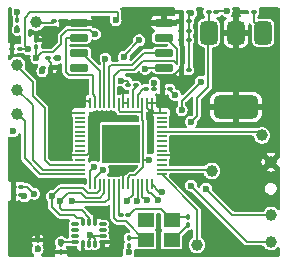
<source format=gbr>
%TF.GenerationSoftware,KiCad,Pcbnew,8.0.4*%
%TF.CreationDate,2024-08-15T19:07:05-07:00*%
%TF.ProjectId,RoboBuddy_NoSIlkScreen,526f626f-4275-4646-9479-5f4e6f53496c,rev?*%
%TF.SameCoordinates,Original*%
%TF.FileFunction,Copper,L1,Top*%
%TF.FilePolarity,Positive*%
%FSLAX46Y46*%
G04 Gerber Fmt 4.6, Leading zero omitted, Abs format (unit mm)*
G04 Created by KiCad (PCBNEW 8.0.4) date 2024-08-15 19:07:05*
%MOMM*%
%LPD*%
G01*
G04 APERTURE LIST*
G04 Aperture macros list*
%AMRoundRect*
0 Rectangle with rounded corners*
0 $1 Rounding radius*
0 $2 $3 $4 $5 $6 $7 $8 $9 X,Y pos of 4 corners*
0 Add a 4 corners polygon primitive as box body*
4,1,4,$2,$3,$4,$5,$6,$7,$8,$9,$2,$3,0*
0 Add four circle primitives for the rounded corners*
1,1,$1+$1,$2,$3*
1,1,$1+$1,$4,$5*
1,1,$1+$1,$6,$7*
1,1,$1+$1,$8,$9*
0 Add four rect primitives between the rounded corners*
20,1,$1+$1,$2,$3,$4,$5,0*
20,1,$1+$1,$4,$5,$6,$7,0*
20,1,$1+$1,$6,$7,$8,$9,0*
20,1,$1+$1,$8,$9,$2,$3,0*%
G04 Aperture macros list end*
%TA.AperFunction,SMDPad,CuDef*%
%ADD10RoundRect,0.100000X0.100000X-0.130000X0.100000X0.130000X-0.100000X0.130000X-0.100000X-0.130000X0*%
%TD*%
%TA.AperFunction,ComponentPad*%
%ADD11C,1.000000*%
%TD*%
%TA.AperFunction,SMDPad,CuDef*%
%ADD12RoundRect,0.100000X-0.130000X-0.100000X0.130000X-0.100000X0.130000X0.100000X-0.130000X0.100000X0*%
%TD*%
%TA.AperFunction,SMDPad,CuDef*%
%ADD13RoundRect,0.100000X0.130000X0.100000X-0.130000X0.100000X-0.130000X-0.100000X0.130000X-0.100000X0*%
%TD*%
%TA.AperFunction,SMDPad,CuDef*%
%ADD14RoundRect,0.050000X-0.387500X-0.050000X0.387500X-0.050000X0.387500X0.050000X-0.387500X0.050000X0*%
%TD*%
%TA.AperFunction,SMDPad,CuDef*%
%ADD15RoundRect,0.050000X-0.050000X-0.387500X0.050000X-0.387500X0.050000X0.387500X-0.050000X0.387500X0*%
%TD*%
%TA.AperFunction,HeatsinkPad*%
%ADD16R,3.200000X3.200000*%
%TD*%
%TA.AperFunction,SMDPad,CuDef*%
%ADD17R,1.400000X1.200000*%
%TD*%
%TA.AperFunction,SMDPad,CuDef*%
%ADD18RoundRect,0.150000X-0.650000X-0.150000X0.650000X-0.150000X0.650000X0.150000X-0.650000X0.150000X0*%
%TD*%
%TA.AperFunction,SMDPad,CuDef*%
%ADD19RoundRect,0.087500X-0.225000X-0.087500X0.225000X-0.087500X0.225000X0.087500X-0.225000X0.087500X0*%
%TD*%
%TA.AperFunction,SMDPad,CuDef*%
%ADD20RoundRect,0.087500X-0.087500X-0.225000X0.087500X-0.225000X0.087500X0.225000X-0.087500X0.225000X0*%
%TD*%
%TA.AperFunction,SMDPad,CuDef*%
%ADD21RoundRect,0.375000X-0.375000X0.625000X-0.375000X-0.625000X0.375000X-0.625000X0.375000X0.625000X0*%
%TD*%
%TA.AperFunction,SMDPad,CuDef*%
%ADD22RoundRect,0.500000X-1.400000X0.500000X-1.400000X-0.500000X1.400000X-0.500000X1.400000X0.500000X0*%
%TD*%
%TA.AperFunction,SMDPad,CuDef*%
%ADD23C,1.000000*%
%TD*%
%TA.AperFunction,ViaPad*%
%ADD24C,0.600000*%
%TD*%
%TA.AperFunction,Conductor*%
%ADD25C,0.200000*%
%TD*%
G04 APERTURE END LIST*
D10*
%TO.P,C15,1*%
%TO.N,+3.3V*%
X141000000Y-98620000D03*
%TO.P,C15,2*%
%TO.N,GND*%
X141000000Y-97980000D03*
%TD*%
D11*
%TO.P,GP10,1*%
%TO.N,/GPIO_10*%
X137260000Y-84860000D03*
%TD*%
D12*
%TO.P,C7,1*%
%TO.N,+3.3V*%
X151180000Y-80700000D03*
%TO.P,C7,2*%
%TO.N,GND*%
X151820000Y-80700000D03*
%TD*%
%TO.P,R1,1*%
%TO.N,/Pad*%
X140380000Y-79100000D03*
%TO.P,R1,2*%
%TO.N,+3.3V*%
X141020000Y-79100000D03*
%TD*%
D13*
%TO.P,R2,1*%
%TO.N,Net-(C13-Pad2)*%
X146665000Y-95500000D03*
%TO.P,R2,2*%
%TO.N,/XOUT*%
X146025000Y-95500000D03*
%TD*%
D11*
%TO.P,SDA,1*%
%TO.N,/SDA_OLED*%
X158750000Y-95500000D03*
%TD*%
D12*
%TO.P,R6,1*%
%TO.N,+3.3V*%
X136980000Y-93800000D03*
%TO.P,R6,2*%
%TO.N,/SCL_GRYO{slash}MOSI_SD*%
X137620000Y-93800000D03*
%TD*%
D13*
%TO.P,R4,1*%
%TO.N,/USB_D-*%
X148820000Y-84800000D03*
%TO.P,R4,2*%
%TO.N,Net-(U1-USB_DM)*%
X148180000Y-84800000D03*
%TD*%
D10*
%TO.P,C16,1*%
%TO.N,GND*%
X137300000Y-79620000D03*
%TO.P,C16,2*%
%TO.N,Net-(J3-VSS)*%
X137300000Y-78980000D03*
%TD*%
D13*
%TO.P,R9,1*%
%TO.N,/CS_SD*%
X140520000Y-82200000D03*
%TO.P,R9,2*%
%TO.N,+3.3V*%
X139880000Y-82200000D03*
%TD*%
D11*
%TO.P,GP19,1*%
%TO.N,/GPIO_19*%
X153750000Y-91750000D03*
%TD*%
D13*
%TO.P,R8,1*%
%TO.N,/SCL_GRYO{slash}MOSI_SD*%
X137475000Y-81400000D03*
%TO.P,R8,2*%
%TO.N,+3.3V*%
X136835000Y-81400000D03*
%TD*%
D11*
%TO.P,GP11,1*%
%TO.N,/speaker*%
X137270000Y-86920000D03*
%TD*%
D13*
%TO.P,R5,1*%
%TO.N,/SDA_GYRO{slash}SCK_SD*%
X137620000Y-93100000D03*
%TO.P,R5,2*%
%TO.N,+3.3V*%
X136980000Y-93100000D03*
%TD*%
D14*
%TO.P,U1,1,IOVDD*%
%TO.N,+3.3V*%
X142625000Y-86837500D03*
%TO.P,U1,2,GPIO0*%
%TO.N,unconnected-(U1-GPIO0-Pad2)*%
X142625000Y-87237500D03*
%TO.P,U1,3,GPIO1*%
%TO.N,unconnected-(U1-GPIO1-Pad3)*%
X142625000Y-87637500D03*
%TO.P,U1,4,GPIO2*%
%TO.N,unconnected-(U1-GPIO2-Pad4)*%
X142625000Y-88037500D03*
%TO.P,U1,5,GPIO3*%
%TO.N,unconnected-(U1-GPIO3-Pad5)*%
X142625000Y-88437500D03*
%TO.P,U1,6,GPIO4*%
%TO.N,unconnected-(U1-GPIO4-Pad6)*%
X142625000Y-88837500D03*
%TO.P,U1,7,GPIO5*%
%TO.N,unconnected-(U1-GPIO5-Pad7)*%
X142625000Y-89237500D03*
%TO.P,U1,8,GPIO6*%
%TO.N,unconnected-(U1-GPIO6-Pad8)*%
X142625000Y-89637500D03*
%TO.P,U1,9,GPIO7*%
%TO.N,unconnected-(U1-GPIO7-Pad9)*%
X142625000Y-90037500D03*
%TO.P,U1,10,IOVDD*%
%TO.N,+3.3V*%
X142625000Y-90437500D03*
%TO.P,U1,11,GPIO8*%
%TO.N,unconnected-(U1-GPIO8-Pad11)*%
X142625000Y-90837500D03*
%TO.P,U1,12,GPIO9*%
%TO.N,/GPIO_9*%
X142625000Y-91237500D03*
%TO.P,U1,13,GPIO10*%
%TO.N,/GPIO_10*%
X142625000Y-91637500D03*
%TO.P,U1,14,GPIO11*%
%TO.N,/speaker*%
X142625000Y-92037500D03*
D15*
%TO.P,U1,15,GPIO12*%
%TO.N,/MISO_SD*%
X143462500Y-92875000D03*
%TO.P,U1,16,GPIO13*%
%TO.N,/CS_SD*%
X143862500Y-92875000D03*
%TO.P,U1,17,GPIO14*%
%TO.N,/SDA_GYRO{slash}SCK_SD*%
X144262500Y-92875000D03*
%TO.P,U1,18,GPIO15*%
%TO.N,/SCL_GRYO{slash}MOSI_SD*%
X144662500Y-92875000D03*
%TO.P,U1,19,TESTEN*%
%TO.N,/TESTEN*%
X145062500Y-92875000D03*
%TO.P,U1,20,XIN*%
%TO.N,/XIN*%
X145462500Y-92875000D03*
%TO.P,U1,21,XOUT*%
%TO.N,/XOUT*%
X145862500Y-92875000D03*
%TO.P,U1,22,IOVDD*%
%TO.N,+3.3V*%
X146262500Y-92875000D03*
%TO.P,U1,23,DVDD*%
%TO.N,+1V1*%
X146662500Y-92875000D03*
%TO.P,U1,24,SWCLK*%
%TO.N,/SWCLK*%
X147062500Y-92875000D03*
%TO.P,U1,25,SWD*%
%TO.N,/SWD*%
X147462500Y-92875000D03*
%TO.P,U1,26,RUN*%
%TO.N,/RUN*%
X147862500Y-92875000D03*
%TO.P,U1,27,GPIO16*%
%TO.N,/SDA_OLED*%
X148262500Y-92875000D03*
%TO.P,U1,28,GPIO17*%
%TO.N,/SCL_OLED*%
X148662500Y-92875000D03*
D14*
%TO.P,U1,29,GPIO18*%
%TO.N,/GPIO_18*%
X149500000Y-92037500D03*
%TO.P,U1,30,GPIO19*%
%TO.N,/GPIO_19*%
X149500000Y-91637500D03*
%TO.P,U1,31,GPIO20*%
%TO.N,unconnected-(U1-GPIO20-Pad31)*%
X149500000Y-91237500D03*
%TO.P,U1,32,GPIO21*%
%TO.N,unconnected-(U1-GPIO21-Pad32)*%
X149500000Y-90837500D03*
%TO.P,U1,33,IOVDD*%
%TO.N,+3.3V*%
X149500000Y-90437500D03*
%TO.P,U1,34,GPIO22*%
%TO.N,unconnected-(U1-GPIO22-Pad34)*%
X149500000Y-90037500D03*
%TO.P,U1,35,GPIO23*%
%TO.N,unconnected-(U1-GPIO23-Pad35)*%
X149500000Y-89637500D03*
%TO.P,U1,36,GPIO24*%
%TO.N,unconnected-(U1-GPIO24-Pad36)*%
X149500000Y-89237500D03*
%TO.P,U1,37,GPIO25*%
%TO.N,unconnected-(U1-GPIO25-Pad37)*%
X149500000Y-88837500D03*
%TO.P,U1,38,GPIO26_ADC0*%
%TO.N,/GPIO_26_ADC0*%
X149500000Y-88437500D03*
%TO.P,U1,39,GPIO27_ADC1*%
%TO.N,unconnected-(U1-GPIO27_ADC1-Pad39)*%
X149500000Y-88037500D03*
%TO.P,U1,40,GPIO28_ADC2*%
%TO.N,unconnected-(U1-GPIO28_ADC2-Pad40)*%
X149500000Y-87637500D03*
%TO.P,U1,41,GPIO29_ADC3*%
%TO.N,unconnected-(U1-GPIO29_ADC3-Pad41)*%
X149500000Y-87237500D03*
%TO.P,U1,42,IOVDD*%
%TO.N,+3.3V*%
X149500000Y-86837500D03*
D15*
%TO.P,U1,43,ADC_AVDD*%
X148662500Y-86000000D03*
%TO.P,U1,44,VREG_IN*%
X148262500Y-86000000D03*
%TO.P,U1,45,VREG_VOUT*%
%TO.N,+1V1*%
X147862500Y-86000000D03*
%TO.P,U1,46,USB_DM*%
%TO.N,Net-(U1-USB_DM)*%
X147462500Y-86000000D03*
%TO.P,U1,47,USB_DP*%
%TO.N,Net-(U1-USB_DP)*%
X147062500Y-86000000D03*
%TO.P,U1,48,USB_VDD*%
%TO.N,+3.3V*%
X146662500Y-86000000D03*
%TO.P,U1,49,IOVDD*%
X146262500Y-86000000D03*
%TO.P,U1,50,DVDD*%
%TO.N,+1V1*%
X145862500Y-86000000D03*
%TO.P,U1,51,QSPI_SD3*%
%TO.N,/QSPI_SD3*%
X145462500Y-86000000D03*
%TO.P,U1,52,QSPI_SCLK*%
%TO.N,/QSPI_SCLK*%
X145062500Y-86000000D03*
%TO.P,U1,53,QSPI_SD0*%
%TO.N,/QSPI_SD0*%
X144662500Y-86000000D03*
%TO.P,U1,54,QSPI_SD2*%
%TO.N,/QSPI_SD2*%
X144262500Y-86000000D03*
%TO.P,U1,55,QSPI_SD1*%
%TO.N,/QSPI_SD1*%
X143862500Y-86000000D03*
%TO.P,U1,56,QSPI_SS*%
%TO.N,+3.3V*%
X143462500Y-86000000D03*
D16*
%TO.P,U1,57,GND*%
%TO.N,GND*%
X146062500Y-89437500D03*
%TD*%
D10*
%TO.P,R7,1*%
%TO.N,/SDA_GYRO{slash}SCK_SD*%
X138900000Y-81300000D03*
%TO.P,R7,2*%
%TO.N,+3.3V*%
X138900000Y-80660000D03*
%TD*%
D12*
%TO.P,C5,1*%
%TO.N,+3.3V*%
X151180000Y-79100000D03*
%TO.P,C5,2*%
%TO.N,GND*%
X151820000Y-79100000D03*
%TD*%
D10*
%TO.P,C13,1*%
%TO.N,GND*%
X151750000Y-96320000D03*
%TO.P,C13,2*%
%TO.N,Net-(C13-Pad2)*%
X151750000Y-95680000D03*
%TD*%
D11*
%TO.P,3.3v,1*%
%TO.N,+3.3V*%
X158750000Y-91000000D03*
%TD*%
D12*
%TO.P,C3,1*%
%TO.N,+3.3V*%
X149580000Y-84800000D03*
%TO.P,C3,2*%
%TO.N,GND*%
X150220000Y-84800000D03*
%TD*%
%TO.P,R3,1*%
%TO.N,/USB_D+*%
X146680000Y-84500000D03*
%TO.P,R3,2*%
%TO.N,Net-(U1-USB_DP)*%
X147320000Y-84500000D03*
%TD*%
D17*
%TO.P,Y1,1,1*%
%TO.N,/XIN*%
X148150000Y-97600000D03*
%TO.P,Y1,2,2*%
%TO.N,GND*%
X150350000Y-97600000D03*
%TO.P,Y1,3,3*%
%TO.N,Net-(C13-Pad2)*%
X150350000Y-95900000D03*
%TO.P,Y1,4,4*%
%TO.N,GND*%
X148150000Y-95900000D03*
%TD*%
D11*
%TO.P,SCL,1*%
%TO.N,/SCL_OLED*%
X158750000Y-97750000D03*
%TD*%
D18*
%TO.P,U3,1,~{CS}*%
%TO.N,+3.3V*%
X142500000Y-79200000D03*
%TO.P,U3,2,DO(IO1)*%
%TO.N,/QSPI_SD1*%
X142500000Y-80470000D03*
%TO.P,U3,3,IO2*%
%TO.N,/QSPI_SD2*%
X142500000Y-81740000D03*
%TO.P,U3,4,GND*%
%TO.N,GND*%
X142500000Y-83010000D03*
%TO.P,U3,5,DI(IO0)*%
%TO.N,/QSPI_SD0*%
X149700000Y-83010000D03*
%TO.P,U3,6,CLK*%
%TO.N,/QSPI_SCLK*%
X149700000Y-81740000D03*
%TO.P,U3,7,IO3*%
%TO.N,/QSPI_SD3*%
X149700000Y-80470000D03*
%TO.P,U3,8,VCC*%
%TO.N,+3.3V*%
X149700000Y-79200000D03*
%TD*%
D10*
%TO.P,C12,1*%
%TO.N,GND*%
X146750000Y-98070000D03*
%TO.P,C12,2*%
%TO.N,/XIN*%
X146750000Y-97430000D03*
%TD*%
D12*
%TO.P,C1,1*%
%TO.N,VBUS*%
X153480000Y-78300000D03*
%TO.P,C1,2*%
%TO.N,GND*%
X154120000Y-78300000D03*
%TD*%
D19*
%TO.P,U4,1,SDO/SA0*%
%TO.N,unconnected-(U4-SDO{slash}SA0-Pad1)*%
X142175000Y-96250000D03*
%TO.P,U4,2,SDX*%
%TO.N,unconnected-(U4-SDX-Pad2)*%
X142175000Y-96750000D03*
%TO.P,U4,3,SCX*%
%TO.N,unconnected-(U4-SCX-Pad3)*%
X142175000Y-97250000D03*
%TO.P,U4,4,INT1*%
%TO.N,GND*%
X142175000Y-97750000D03*
D20*
%TO.P,U4,5,VDDIO*%
%TO.N,+3.3V*%
X142837500Y-97912500D03*
%TO.P,U4,6,GND*%
%TO.N,GND*%
X143337500Y-97912500D03*
%TO.P,U4,7,GND*%
X143837500Y-97912500D03*
D19*
%TO.P,U4,8,VDD*%
%TO.N,+3.3V*%
X144500000Y-97750000D03*
%TO.P,U4,9,INT2*%
%TO.N,GND*%
X144500000Y-97250000D03*
%TO.P,U4,10,NC*%
%TO.N,unconnected-(U4-NC-Pad10)*%
X144500000Y-96750000D03*
%TO.P,U4,11,NC*%
%TO.N,unconnected-(U4-NC-Pad11)*%
X144500000Y-96250000D03*
D20*
%TO.P,U4,12,CS*%
%TO.N,+3.3V*%
X143837500Y-96087500D03*
%TO.P,U4,13,SCL*%
%TO.N,/SCL_GRYO{slash}MOSI_SD*%
X143337500Y-96087500D03*
%TO.P,U4,14,SDA*%
%TO.N,/SDA_GYRO{slash}SCK_SD*%
X142837500Y-96087500D03*
%TD*%
D11*
%TO.P,GP9,1*%
%TO.N,/GPIO_9*%
X137270000Y-82790000D03*
%TD*%
D12*
%TO.P,R10,1*%
%TO.N,/MISO_SD*%
X139480000Y-83000000D03*
%TO.P,R10,2*%
%TO.N,+3.3V*%
X140120000Y-83000000D03*
%TD*%
%TO.P,C6,1*%
%TO.N,+3.3V*%
X151180000Y-79900000D03*
%TO.P,C6,2*%
%TO.N,GND*%
X151820000Y-79900000D03*
%TD*%
D10*
%TO.P,C14,1*%
%TO.N,GND*%
X139000000Y-98240000D03*
%TO.P,C14,2*%
%TO.N,+3.3V*%
X139000000Y-97600000D03*
%TD*%
D12*
%TO.P,C11,1*%
%TO.N,+3.3V*%
X151180000Y-78300000D03*
%TO.P,C11,2*%
%TO.N,GND*%
X151820000Y-78300000D03*
%TD*%
D21*
%TO.P,U2,1,GND*%
%TO.N,GND*%
X158100000Y-80050000D03*
%TO.P,U2,2,VO*%
%TO.N,+3.3V*%
X155800000Y-80050000D03*
D22*
X155800000Y-86350000D03*
D21*
%TO.P,U2,3,VI*%
%TO.N,VBUS*%
X153500000Y-80050000D03*
%TD*%
D11*
%TO.P,GP18,1*%
%TO.N,/GPIO_18*%
X152500000Y-98000000D03*
%TD*%
%TO.P,ADC0,1*%
%TO.N,/GPIO_26_ADC0*%
X158000000Y-88750000D03*
%TD*%
D23*
%TO.P,USB,1*%
%TO.N,/Pad*%
X138880000Y-79180000D03*
%TD*%
D12*
%TO.P,C2,1*%
%TO.N,+3.3V*%
X156680000Y-78300000D03*
%TO.P,C2,2*%
%TO.N,GND*%
X157320000Y-78300000D03*
%TD*%
%TO.P,C8,1*%
%TO.N,+3.3V*%
X151180000Y-83200000D03*
%TO.P,C8,2*%
%TO.N,GND*%
X151820000Y-83200000D03*
%TD*%
D24*
%TO.N,VBUS*%
X152000000Y-87600000D03*
%TO.N,GND*%
X147000000Y-88200000D03*
X146700000Y-98600000D03*
X136900000Y-88400000D03*
X147600000Y-80700000D03*
X137300000Y-79800000D03*
X142541071Y-83037651D03*
X146300000Y-82100000D03*
X152000000Y-78400000D03*
X152850000Y-84200000D03*
X143400000Y-97200000D03*
X145100000Y-88300000D03*
X151200000Y-86600000D03*
X150620000Y-85320000D03*
X158100000Y-80000000D03*
X150200000Y-97500000D03*
X139000000Y-98400000D03*
X155000000Y-78200000D03*
X148200000Y-96000000D03*
X141000000Y-97800000D03*
%TO.N,+3.3V*%
X152500000Y-81700000D03*
X154600000Y-83100000D03*
X137300000Y-80700000D03*
X141600000Y-85700000D03*
X144600000Y-79300000D03*
X139700000Y-80900000D03*
X148600000Y-86800000D03*
X146100000Y-85000000D03*
X143800000Y-89100000D03*
X139391422Y-93208578D03*
X140600000Y-87800000D03*
X145400000Y-91700000D03*
%TO.N,+1V1*%
X148440000Y-90800000D03*
%TO.N,Net-(J3-VSS)*%
X137300000Y-78300000D03*
%TO.N,/USB_D+*%
X146100000Y-84100000D03*
%TO.N,/USB_D-*%
X148900000Y-84300000D03*
%TO.N,/MISO_SD*%
X143800000Y-91400000D03*
X139400000Y-83300000D03*
%TO.N,/SCL_GRYO{slash}MOSI_SD*%
X145604835Y-78988979D03*
X140893086Y-94300000D03*
X137890000Y-93900000D03*
X138180000Y-81423617D03*
%TO.N,/SDA_GYRO{slash}SCK_SD*%
X143850361Y-80161287D03*
X138735905Y-93684095D03*
X140200263Y-93900000D03*
X138900000Y-82200000D03*
%TO.N,/CS_SD*%
X140700000Y-82200000D03*
X144540159Y-91703594D03*
%TO.N,/QSPI_SD0*%
X148100000Y-83100000D03*
X144750000Y-82250000D03*
%TO.N,/SCL_OLED*%
X149500000Y-93500000D03*
X152000000Y-93000000D03*
%TO.N,/SDA_OLED*%
X149192307Y-94238464D03*
X153250000Y-93250000D03*
%TO.N,/SWCLK*%
X146582795Y-94299998D03*
%TO.N,/SWD*%
X147382797Y-94299999D03*
%TO.N,/TESTEN*%
X141890000Y-94320000D03*
%TO.N,/RUN*%
X148250000Y-94250000D03*
%TD*%
D25*
%TO.N,VBUS*%
X153480000Y-78200000D02*
X153480000Y-80020000D01*
X153480000Y-80020000D02*
X153450000Y-80050000D01*
X152500000Y-87100000D02*
X152500000Y-85600000D01*
X152500000Y-85600000D02*
X153450000Y-84650000D01*
X152000000Y-87600000D02*
X152500000Y-87100000D01*
X153450000Y-84650000D02*
X153450000Y-80050000D01*
%TO.N,GND*%
X151200000Y-85850000D02*
X151200000Y-86600000D01*
X151820000Y-78300000D02*
X151900000Y-78300000D01*
X150450000Y-97600000D02*
X150200000Y-97500000D01*
X141000000Y-97980000D02*
X141000000Y-97800000D01*
X151900000Y-78300000D02*
X152000000Y-78400000D01*
X158050000Y-79850000D02*
X157320000Y-79120000D01*
X143550000Y-97250000D02*
X143400000Y-97100000D01*
X154120000Y-78200000D02*
X155000000Y-78200000D01*
X150220000Y-84800000D02*
X150220000Y-84920000D01*
X141000000Y-97800000D02*
X140950000Y-97750000D01*
X143400000Y-97100000D02*
X143837500Y-97537500D01*
X144500000Y-97250000D02*
X143550000Y-97250000D01*
X151820000Y-78580000D02*
X152000000Y-78400000D01*
X146300000Y-82000000D02*
X147600000Y-80700000D01*
X146300000Y-82100000D02*
X146300000Y-82000000D01*
X152850000Y-84200000D02*
X151200000Y-85850000D01*
X150470000Y-97600000D02*
X150450000Y-97600000D01*
X142175000Y-97750000D02*
X141000000Y-97800000D01*
X143837500Y-97537500D02*
X143837500Y-97912500D01*
X150200000Y-97500000D02*
X150250000Y-97600000D01*
X146750000Y-98550000D02*
X146700000Y-98600000D01*
X143337500Y-97162500D02*
X143400000Y-97100000D01*
X143400000Y-97200000D02*
X143337500Y-97162500D01*
X151820000Y-79100000D02*
X151820000Y-79900000D01*
X151820000Y-80700000D02*
X151820000Y-83200000D01*
X157320000Y-79120000D02*
X157320000Y-78250000D01*
X143337500Y-97912500D02*
X143400000Y-97200000D01*
X158100000Y-80000000D02*
X158050000Y-79850000D01*
X151820000Y-79100000D02*
X151820000Y-78580000D01*
X146750000Y-98070000D02*
X146750000Y-98550000D01*
X151820000Y-79900000D02*
X151820000Y-80700000D01*
X139000000Y-98240000D02*
X139000000Y-98400000D01*
X150220000Y-84920000D02*
X150620000Y-85320000D01*
X151750000Y-96320000D02*
X150470000Y-97600000D01*
X150250000Y-97600000D02*
X150350000Y-97600000D01*
X158050000Y-80050000D02*
X158100000Y-80000000D01*
%TO.N,+3.3V*%
X139880000Y-82200000D02*
X139880000Y-82280000D01*
X141538629Y-79200000D02*
X142500000Y-79200000D01*
X136980000Y-94880000D02*
X136980000Y-93800000D01*
X139990000Y-82390000D02*
X139990000Y-82468456D01*
X151180000Y-83200000D02*
X150950552Y-83200000D01*
X141000000Y-98620000D02*
X141720000Y-98620000D01*
X148662500Y-86000000D02*
X149200000Y-86000000D01*
X143800000Y-89796360D02*
X143158860Y-90437500D01*
X141000000Y-98620000D02*
X140500000Y-98620000D01*
X151500000Y-84100000D02*
X151180000Y-83780000D01*
X143837500Y-96087500D02*
X143837501Y-95775000D01*
X144887932Y-95775000D02*
X145600000Y-96487068D01*
X151180000Y-79100000D02*
X149800000Y-79100000D01*
X137000000Y-94900000D02*
X136980000Y-94880000D01*
X146100000Y-84800000D02*
X146100000Y-84800000D01*
X143262500Y-85800000D02*
X142600000Y-85800000D01*
X142625000Y-86837500D02*
X141837500Y-86837500D01*
X144500000Y-79200000D02*
X144600000Y-79300000D01*
X149580000Y-84800000D02*
X149580000Y-85380000D01*
X145787046Y-91700000D02*
X145400000Y-91700000D01*
X143462500Y-86000000D02*
X143262500Y-85800000D01*
X142837500Y-98762500D02*
X142837500Y-97912500D01*
X141837500Y-86837500D02*
X141400000Y-86400000D01*
X149800000Y-79100000D02*
X149700000Y-79200000D01*
X143158860Y-90437500D02*
X142625000Y-90437500D01*
X146662500Y-86000000D02*
X146262500Y-86000000D01*
X137100000Y-92100000D02*
X136980000Y-92220000D01*
X139391422Y-93208578D02*
X139408578Y-93208578D01*
X148662500Y-86000000D02*
X148662500Y-86737500D01*
X143800000Y-89100000D02*
X143800000Y-89796360D01*
X140600000Y-80138629D02*
X141538629Y-79200000D01*
X152500000Y-83701471D02*
X152101471Y-84100000D01*
X148262500Y-86000000D02*
X148662500Y-86000000D01*
X148262500Y-86000000D02*
X148262500Y-86462500D01*
X146100000Y-85000000D02*
X146100000Y-84800000D01*
X149580000Y-84570552D02*
X149580000Y-84800000D01*
X145600000Y-96487068D02*
X145600000Y-97100000D01*
X149500000Y-90437500D02*
X150637500Y-90437500D01*
X142625000Y-90437500D02*
X141637500Y-90437500D01*
X139579999Y-80660000D02*
X138900000Y-80660000D01*
X140351471Y-80748529D02*
X140600000Y-80500000D01*
X141637500Y-90437500D02*
X141600000Y-90400000D01*
X148262500Y-86462500D02*
X148600000Y-86800000D01*
X144500000Y-97750000D02*
X144500000Y-98700000D01*
X142500000Y-79200000D02*
X144500000Y-79200000D01*
X136980000Y-92220000D02*
X136980000Y-93800000D01*
X139700000Y-80900000D02*
X139851471Y-80748529D01*
X150950552Y-83200000D02*
X149580000Y-84570552D01*
X149200000Y-86000000D02*
X149400000Y-85800000D01*
X141200000Y-79100000D02*
X141438629Y-79100000D01*
X143837501Y-95775000D02*
X144887932Y-95775000D01*
X151180000Y-83780000D02*
X151180000Y-83200000D01*
X146100000Y-85000000D02*
X146262500Y-85162500D01*
X146262500Y-85162500D02*
X146262500Y-86000000D01*
X151180000Y-80700000D02*
X151200000Y-80720000D01*
X151200000Y-80720000D02*
X151200000Y-83180000D01*
X140120000Y-83000000D02*
X140120000Y-84100000D01*
X141720000Y-98620000D02*
X141900000Y-98800000D01*
X149400000Y-85800000D02*
X149700000Y-85500000D01*
X149580000Y-85380000D02*
X149700000Y-85500000D01*
X136835000Y-81165000D02*
X136835000Y-81400000D01*
X152500000Y-81700000D02*
X152500000Y-83701471D01*
X148637500Y-86837500D02*
X148600000Y-86800000D01*
X139990000Y-82468456D02*
X140120000Y-82598456D01*
X139700000Y-80780001D02*
X139579999Y-80660000D01*
X151200000Y-83180000D02*
X151180000Y-83200000D01*
X150637500Y-90437500D02*
X150700000Y-90500000D01*
X139851471Y-80748529D02*
X140351471Y-80748529D01*
X151180000Y-79900000D02*
X151180000Y-79100000D01*
X149500000Y-86837500D02*
X149400000Y-86737500D01*
X146262500Y-92875000D02*
X146262500Y-92175454D01*
X141438629Y-79100000D02*
X141538629Y-79200000D01*
X151180000Y-78300000D02*
X151180000Y-79100000D01*
X142800000Y-98800000D02*
X142837500Y-98762500D01*
X140120000Y-82598456D02*
X140120000Y-83000000D01*
X155750000Y-80050000D02*
X155750000Y-86350000D01*
X139700000Y-80900000D02*
X139700000Y-80780001D01*
X149400000Y-86737500D02*
X149400000Y-85800000D01*
X146262500Y-92175454D02*
X145787046Y-91700000D01*
X140600000Y-80500000D02*
X140600000Y-80138629D01*
X148662500Y-86737500D02*
X148600000Y-86800000D01*
X139880000Y-82280000D02*
X139990000Y-82390000D01*
X151180000Y-80700000D02*
X151180000Y-79900000D01*
X149500000Y-86837500D02*
X148637500Y-86837500D01*
X137300000Y-80700000D02*
X136835000Y-81165000D01*
X152101471Y-84100000D02*
X151500000Y-84100000D01*
%TO.N,+1V1*%
X147862500Y-87437500D02*
X147962500Y-87537500D01*
X147250000Y-92137500D02*
X146866140Y-92137500D01*
X145862500Y-86000000D02*
X145862500Y-86612500D01*
X147962500Y-90800000D02*
X147962500Y-91200000D01*
X147862500Y-86637500D02*
X147862500Y-86000000D01*
X148440000Y-90800000D02*
X147962500Y-90800000D01*
X147962500Y-91200000D02*
X147962500Y-91425000D01*
X146866140Y-92137500D02*
X146662500Y-92341140D01*
X147750000Y-86750000D02*
X147862500Y-86637500D01*
X147862500Y-86000000D02*
X147862500Y-87437500D01*
X145862500Y-86612500D02*
X146000000Y-86750000D01*
X146000000Y-86750000D02*
X147750000Y-86750000D01*
X146662500Y-92341140D02*
X146662500Y-92875000D01*
X147962500Y-87537500D02*
X147962500Y-90800000D01*
X147962500Y-91425000D02*
X147250000Y-92137500D01*
%TO.N,/XIN*%
X145462500Y-92875000D02*
X145462500Y-95735956D01*
X147980000Y-97430000D02*
X148150000Y-97600000D01*
X145462500Y-95735956D02*
X145726544Y-96000000D01*
X146450000Y-96000000D02*
X148050000Y-97600000D01*
X146750000Y-97430000D02*
X147980000Y-97430000D01*
X148050000Y-97600000D02*
X148150000Y-97600000D01*
X145726544Y-96000000D02*
X146450000Y-96000000D01*
%TO.N,Net-(C13-Pad2)*%
X150050000Y-95900000D02*
X150350000Y-95900000D01*
X146665000Y-95500000D02*
X146735686Y-95500000D01*
X146735686Y-95500000D02*
X147235686Y-95000000D01*
X147235686Y-95000000D02*
X149450000Y-95000000D01*
X149450000Y-95000000D02*
X150350000Y-95900000D01*
X151750000Y-95680000D02*
X150570000Y-95680000D01*
X150570000Y-95680000D02*
X150350000Y-95900000D01*
%TO.N,Net-(J3-VSS)*%
X137300000Y-78300000D02*
X137300000Y-78980000D01*
%TO.N,/USB_D+*%
X146680000Y-84500000D02*
X146680000Y-84100000D01*
X146680000Y-84100000D02*
X146100000Y-84100000D01*
%TO.N,/USB_D-*%
X148820000Y-84800000D02*
X148900000Y-84300000D01*
X148900000Y-84300000D02*
X148820000Y-84420000D01*
%TO.N,/MISO_SD*%
X143462500Y-92875000D02*
X143462500Y-91737500D01*
X139480000Y-83220000D02*
X139400000Y-83300000D01*
X143462500Y-91737500D02*
X143800000Y-91400000D01*
X139480000Y-83000000D02*
X139480000Y-83220000D01*
%TO.N,/SCL_GRYO{slash}MOSI_SD*%
X137930000Y-81173617D02*
X137930000Y-78770000D01*
X145800000Y-78300000D02*
X145800000Y-78800000D01*
X138180000Y-81423617D02*
X137930000Y-81173617D01*
X144662500Y-93637500D02*
X144662500Y-92875000D01*
X142687954Y-93600000D02*
X143100454Y-94012500D01*
X145800000Y-78800000D02*
X145600000Y-79000000D01*
X140893086Y-94927400D02*
X141065686Y-95100000D01*
X137498617Y-81423617D02*
X137475000Y-81400000D01*
X142728185Y-95100000D02*
X143337500Y-95709315D01*
X143100454Y-94012500D02*
X144287500Y-94012500D01*
X138400000Y-78300000D02*
X145800000Y-78300000D01*
X143337500Y-95709315D02*
X143337500Y-96087500D01*
X144287500Y-94012500D02*
X144662500Y-93637500D01*
X138180000Y-81423617D02*
X137498617Y-81423617D01*
X141065686Y-95100000D02*
X142728185Y-95100000D01*
X141593086Y-93600000D02*
X142687954Y-93600000D01*
X140893086Y-94300000D02*
X140893086Y-94927400D01*
X137720000Y-93900000D02*
X137620000Y-93800000D01*
X137890000Y-93900000D02*
X137720000Y-93900000D01*
X140893086Y-94300000D02*
X141593086Y-93600000D01*
X137930000Y-78770000D02*
X138400000Y-78300000D01*
%TO.N,/SDA_GYRO{slash}SCK_SD*%
X142837500Y-95775001D02*
X142837500Y-96087500D01*
X141000000Y-80304315D02*
X141504315Y-79800000D01*
X140900000Y-95500000D02*
X142100000Y-95500000D01*
X143266140Y-93612500D02*
X144058860Y-93612500D01*
X142100000Y-95500000D02*
X142300000Y-95700000D01*
X138900000Y-82200000D02*
X139400000Y-81700000D01*
X139400000Y-81700000D02*
X140300001Y-81700000D01*
X140200000Y-94800000D02*
X140900000Y-95500000D01*
X142762499Y-95700000D02*
X142837500Y-95775001D01*
X144262500Y-93408860D02*
X144262500Y-92875000D01*
X142853640Y-93200000D02*
X143266140Y-93612500D01*
X143400000Y-79800000D02*
X143800000Y-80200000D01*
X140200000Y-93900263D02*
X140200000Y-94800000D01*
X142300000Y-95700000D02*
X142762499Y-95700000D01*
X141504315Y-79800000D02*
X143400000Y-79800000D01*
X140200263Y-93900000D02*
X140900263Y-93200000D01*
X140900263Y-93200000D02*
X142853640Y-93200000D01*
X141000000Y-81000001D02*
X141000000Y-80304315D01*
X140200263Y-93900000D02*
X140200000Y-93900263D01*
X138684095Y-93684095D02*
X138100000Y-93100000D01*
X140300001Y-81700000D02*
X141000000Y-81000001D01*
X144058860Y-93612500D02*
X144262500Y-93408860D01*
X138100000Y-93100000D02*
X137620000Y-93100000D01*
X138735905Y-93684095D02*
X138684095Y-93684095D01*
X138900000Y-81300000D02*
X138900000Y-82200000D01*
X139000000Y-82100000D02*
X138900000Y-82200000D01*
%TO.N,/CS_SD*%
X140700000Y-82200000D02*
X140520000Y-82200000D01*
X144500046Y-91703594D02*
X143862500Y-92341140D01*
X143862500Y-92341140D02*
X143862500Y-92875000D01*
X144540159Y-91703594D02*
X144500046Y-91703594D01*
%TO.N,/Pad*%
X140280000Y-79200000D02*
X140380000Y-79100000D01*
X139000000Y-79200000D02*
X140280000Y-79200000D01*
%TO.N,/XOUT*%
X146025000Y-95500000D02*
X145862500Y-95337500D01*
X145862500Y-95337500D02*
X145862500Y-92875000D01*
%TO.N,Net-(U1-USB_DP)*%
X147320000Y-84658456D02*
X147320000Y-84500000D01*
X147062500Y-84915956D02*
X147320000Y-84658456D01*
X147062500Y-86000000D02*
X147062500Y-84915956D01*
%TO.N,Net-(U1-USB_DM)*%
X148180000Y-84800000D02*
X147950001Y-84800000D01*
X147950001Y-84800000D02*
X147462500Y-85287501D01*
X147462500Y-85287501D02*
X147462500Y-86000000D01*
%TO.N,/QSPI_SD0*%
X144662500Y-86000000D02*
X144662500Y-82337500D01*
X144662500Y-82337500D02*
X144750000Y-82250000D01*
X148190000Y-83010000D02*
X149455000Y-83010000D01*
X148100000Y-83100000D02*
X148190000Y-83010000D01*
%TO.N,/SCL_OLED*%
X149287500Y-93500000D02*
X148662500Y-92875000D01*
X156750000Y-97750000D02*
X152000000Y-93000000D01*
X149500000Y-93500000D02*
X149287500Y-93500000D01*
X158750000Y-97750000D02*
X156750000Y-97750000D01*
%TO.N,/speaker*%
X137900000Y-87500000D02*
X137200000Y-86800000D01*
X137900000Y-90700000D02*
X137900000Y-87500000D01*
X139237500Y-92037500D02*
X137900000Y-90700000D01*
X142625000Y-92037500D02*
X139237500Y-92037500D01*
%TO.N,/QSPI_SD2*%
X144262500Y-83262500D02*
X142740000Y-81740000D01*
X142740000Y-81740000D02*
X142500000Y-81740000D01*
X144262500Y-86000000D02*
X144262500Y-83262500D01*
%TO.N,/QSPI_SD3*%
X147151471Y-83200000D02*
X146000000Y-83200000D01*
X147941471Y-82410000D02*
X147151471Y-83200000D01*
X146000000Y-83200000D02*
X145462500Y-83737500D01*
X150800000Y-82669448D02*
X150540552Y-82410000D01*
X145462500Y-83737500D02*
X145462500Y-86000000D01*
X149700000Y-80470000D02*
X149870552Y-80470000D01*
X150800000Y-81399448D02*
X150800000Y-82669448D01*
X149870552Y-80470000D02*
X150800000Y-81399448D01*
X150540552Y-82410000D02*
X147941471Y-82410000D01*
%TO.N,/SDA_OLED*%
X148466140Y-93612500D02*
X148262500Y-93408860D01*
X155500000Y-95500000D02*
X153250000Y-93250000D01*
X148566343Y-93612500D02*
X148466140Y-93612500D01*
X158750000Y-95500000D02*
X155500000Y-95500000D01*
X149192307Y-94238464D02*
X148566343Y-93612500D01*
X148262500Y-93408860D02*
X148262500Y-92875000D01*
%TO.N,/QSPI_SCLK*%
X145062500Y-86000000D02*
X145062500Y-82937500D01*
X145062500Y-82937500D02*
X145200000Y-82800000D01*
X145200000Y-82800000D02*
X146985785Y-82800000D01*
X148045785Y-81740000D02*
X149455000Y-81740000D01*
X146985785Y-82800000D02*
X148045785Y-81740000D01*
%TO.N,/QSPI_SD1*%
X143862500Y-86000000D02*
X143862500Y-85466140D01*
X141400000Y-80470000D02*
X142500000Y-80470000D01*
X143862500Y-85466140D02*
X143658860Y-85262500D01*
X141400000Y-83350552D02*
X141400000Y-80470000D01*
X143658860Y-85262500D02*
X143658860Y-83637651D01*
X142500000Y-80470000D02*
X142650000Y-80620000D01*
X141687099Y-83637651D02*
X141400000Y-83350552D01*
X143658860Y-83637651D02*
X141687099Y-83637651D01*
%TO.N,/SWCLK*%
X146582795Y-94299998D02*
X146582795Y-94251472D01*
X146582795Y-94382795D02*
X146582795Y-94299998D01*
X146582795Y-94251472D02*
X147062500Y-93771767D01*
X146600000Y-94400000D02*
X146582795Y-94382795D01*
X147062500Y-93771767D02*
X147062500Y-92875000D01*
%TO.N,/GPIO_18*%
X149500000Y-92037500D02*
X152500000Y-95037500D01*
X152500000Y-95037500D02*
X152500000Y-98000000D01*
%TO.N,/SWD*%
X147382797Y-94299999D02*
X147299999Y-94299999D01*
X147382797Y-94299999D02*
X147462500Y-94220296D01*
X147462500Y-94220296D02*
X147462500Y-92875000D01*
%TO.N,/GPIO_9*%
X140037500Y-91237500D02*
X139600000Y-90800000D01*
X138600000Y-84200000D02*
X137200000Y-82800000D01*
X139600000Y-90800000D02*
X139600000Y-86400000D01*
X142625000Y-91237500D02*
X140037500Y-91237500D01*
X138600000Y-85400000D02*
X138600000Y-84200000D01*
X139600000Y-86400000D02*
X138600000Y-85400000D01*
%TO.N,/GPIO_19*%
X153750000Y-91750000D02*
X153637500Y-91637500D01*
X153637500Y-91637500D02*
X149500000Y-91637500D01*
%TO.N,/GPIO_26_ADC0*%
X149500000Y-88437500D02*
X157687500Y-88437500D01*
X157687500Y-88437500D02*
X158000000Y-88750000D01*
%TO.N,/TESTEN*%
X141890000Y-94320000D02*
X141982500Y-94412500D01*
X144749998Y-94412500D02*
X145062500Y-94099998D01*
X141982500Y-94412500D02*
X144749998Y-94412500D01*
X145062500Y-94099998D02*
X145062500Y-92875000D01*
%TO.N,/RUN*%
X147862500Y-93939603D02*
X148172897Y-94250000D01*
X148172897Y-94250000D02*
X148250000Y-94250000D01*
X147862500Y-92875000D02*
X147862500Y-93939603D01*
%TO.N,/GPIO_10*%
X138600000Y-86200000D02*
X137200000Y-84800000D01*
X139437500Y-91637500D02*
X138600000Y-90800000D01*
X142625000Y-91637500D02*
X139437500Y-91637500D01*
X138600000Y-90800000D02*
X138600000Y-86200000D01*
%TD*%
%TA.AperFunction,Conductor*%
%TO.N,+3.3V*%
G36*
X137542539Y-88538831D02*
G01*
X137588294Y-88591635D01*
X137599500Y-88643146D01*
X137599500Y-90739562D01*
X137602297Y-90750000D01*
X137619979Y-90815990D01*
X137630711Y-90834578D01*
X137633589Y-90839562D01*
X137643440Y-90856625D01*
X137659537Y-90884507D01*
X137659539Y-90884510D01*
X137659540Y-90884511D01*
X139052989Y-92277960D01*
X139121512Y-92317522D01*
X139197938Y-92338000D01*
X139197940Y-92338000D01*
X143038000Y-92338000D01*
X143105039Y-92357685D01*
X143150794Y-92410489D01*
X143162000Y-92462000D01*
X143162000Y-92816269D01*
X143142315Y-92883308D01*
X143089511Y-92929063D01*
X143020353Y-92939007D01*
X142976004Y-92923659D01*
X142969631Y-92919980D01*
X142969630Y-92919979D01*
X142969629Y-92919979D01*
X142893202Y-92899500D01*
X140860701Y-92899500D01*
X140822487Y-92909739D01*
X140784272Y-92919979D01*
X140766901Y-92930009D01*
X140733142Y-92949500D01*
X140733140Y-92949500D01*
X140733140Y-92949501D01*
X140715755Y-92959537D01*
X140715750Y-92959541D01*
X140312110Y-93363181D01*
X140250787Y-93396666D01*
X140224429Y-93399500D01*
X140128299Y-93399500D01*
X139990212Y-93440045D01*
X139869136Y-93517856D01*
X139774886Y-93626626D01*
X139774885Y-93626628D01*
X139715097Y-93757543D01*
X139694616Y-93900000D01*
X139715097Y-94042456D01*
X139761494Y-94144049D01*
X139774886Y-94173373D01*
X139869135Y-94282143D01*
X139869136Y-94282144D01*
X139869213Y-94282232D01*
X139898238Y-94345788D01*
X139899500Y-94363435D01*
X139899500Y-94839562D01*
X139913268Y-94890942D01*
X139919978Y-94915986D01*
X139919980Y-94915991D01*
X139923164Y-94921505D01*
X139923166Y-94921512D01*
X139923167Y-94921512D01*
X139959535Y-94984504D01*
X139959539Y-94984509D01*
X139959540Y-94984511D01*
X140659540Y-95684511D01*
X140715489Y-95740460D01*
X140715491Y-95740461D01*
X140715495Y-95740464D01*
X140784004Y-95780017D01*
X140784011Y-95780021D01*
X140860438Y-95800500D01*
X140939562Y-95800500D01*
X141607591Y-95800500D01*
X141674630Y-95820185D01*
X141720385Y-95872989D01*
X141730329Y-95942147D01*
X141709890Y-95994577D01*
X141708285Y-95996918D01*
X141664793Y-96095417D01*
X141664793Y-96095419D01*
X141662000Y-96119491D01*
X141662000Y-96380496D01*
X141662001Y-96380504D01*
X141664793Y-96404580D01*
X141684810Y-96449914D01*
X141693881Y-96519191D01*
X141684810Y-96550084D01*
X141664793Y-96595418D01*
X141662000Y-96619491D01*
X141662000Y-96880496D01*
X141662001Y-96880504D01*
X141664793Y-96904580D01*
X141684810Y-96949914D01*
X141693881Y-97019191D01*
X141684810Y-97050084D01*
X141664793Y-97095418D01*
X141662000Y-97119491D01*
X141662000Y-97352222D01*
X141642315Y-97419261D01*
X141589511Y-97465016D01*
X141543271Y-97476110D01*
X141447145Y-97480200D01*
X141379330Y-97463383D01*
X141348161Y-97437515D01*
X141331128Y-97417857D01*
X141331127Y-97417856D01*
X141251364Y-97366596D01*
X141210053Y-97340047D01*
X141210051Y-97340046D01*
X141210049Y-97340045D01*
X141210050Y-97340045D01*
X141071963Y-97299500D01*
X141071961Y-97299500D01*
X140928039Y-97299500D01*
X140928036Y-97299500D01*
X140789949Y-97340045D01*
X140668873Y-97417856D01*
X140668872Y-97417856D01*
X140668872Y-97417857D01*
X140663534Y-97424017D01*
X140574623Y-97526626D01*
X140574622Y-97526628D01*
X140514834Y-97657543D01*
X140494353Y-97800000D01*
X140514834Y-97942456D01*
X140574622Y-98073371D01*
X140579418Y-98080834D01*
X140576378Y-98082787D01*
X140598251Y-98130776D01*
X140599500Y-98148321D01*
X140599500Y-98154867D01*
X140599903Y-98158339D01*
X140588068Y-98227199D01*
X140577053Y-98245491D01*
X140572364Y-98251945D01*
X140514835Y-98364853D01*
X140506102Y-98420000D01*
X141493898Y-98420000D01*
X141485164Y-98364853D01*
X141430794Y-98258145D01*
X141417898Y-98189476D01*
X141444174Y-98124735D01*
X141501281Y-98084478D01*
X141536004Y-98077962D01*
X141731100Y-98069660D01*
X141786457Y-98080114D01*
X141882920Y-98122707D01*
X141906995Y-98125500D01*
X142249864Y-98125499D01*
X142316902Y-98145183D01*
X142362657Y-98197987D01*
X142372336Y-98230102D01*
X142376870Y-98258732D01*
X142432599Y-98368107D01*
X142432602Y-98368111D01*
X142519388Y-98454897D01*
X142519393Y-98454900D01*
X142628761Y-98510627D01*
X142662499Y-98515970D01*
X142662500Y-98515970D01*
X142662500Y-97982162D01*
X142673065Y-97932078D01*
X142685207Y-97904580D01*
X142688000Y-97880505D01*
X142688000Y-97861500D01*
X142707685Y-97794461D01*
X142760489Y-97748706D01*
X142812000Y-97737500D01*
X142838000Y-97737500D01*
X142905039Y-97757185D01*
X142950794Y-97809989D01*
X142962000Y-97861500D01*
X142962000Y-98180496D01*
X142962001Y-98180505D01*
X142964793Y-98204580D01*
X142964793Y-98204581D01*
X142970686Y-98217927D01*
X142999315Y-98282765D01*
X143001934Y-98288695D01*
X143012500Y-98338782D01*
X143012500Y-98515970D01*
X143046238Y-98510627D01*
X143155607Y-98454900D01*
X143163475Y-98449184D01*
X143229280Y-98425701D01*
X143236332Y-98425499D01*
X143468004Y-98425499D01*
X143492080Y-98422707D01*
X143537414Y-98402689D01*
X143606690Y-98393618D01*
X143637586Y-98402689D01*
X143682920Y-98422707D01*
X143706995Y-98425500D01*
X143968004Y-98425499D01*
X143992080Y-98422707D01*
X144057960Y-98393618D01*
X144090573Y-98379218D01*
X144090574Y-98379217D01*
X144090579Y-98379215D01*
X144166715Y-98303079D01*
X144168555Y-98298911D01*
X144213639Y-98245538D01*
X144280425Y-98225010D01*
X144281988Y-98225000D01*
X144325000Y-98225000D01*
X144675000Y-98225000D01*
X144755496Y-98225000D01*
X144846232Y-98210629D01*
X144955607Y-98154900D01*
X144955611Y-98154897D01*
X145042397Y-98068111D01*
X145042400Y-98068106D01*
X145098127Y-97958738D01*
X145103470Y-97925000D01*
X144675000Y-97925000D01*
X144675000Y-98225000D01*
X144325000Y-98225000D01*
X144325000Y-97749499D01*
X144344685Y-97682460D01*
X144397489Y-97636705D01*
X144448997Y-97625499D01*
X144768004Y-97625499D01*
X144792080Y-97622707D01*
X144814038Y-97613011D01*
X144876197Y-97585566D01*
X144926283Y-97575000D01*
X145103471Y-97575000D01*
X145103470Y-97574999D01*
X145098127Y-97541261D01*
X145042400Y-97431892D01*
X145036679Y-97424017D01*
X145013201Y-97358210D01*
X145012999Y-97351165D01*
X145012999Y-97119496D01*
X145010207Y-97095420D01*
X144990189Y-97050086D01*
X144981118Y-96980809D01*
X144990191Y-96949912D01*
X145010206Y-96904584D01*
X145010206Y-96904583D01*
X145010206Y-96904582D01*
X145010207Y-96904580D01*
X145013000Y-96880505D01*
X145012999Y-96619496D01*
X145010207Y-96595420D01*
X144990189Y-96550086D01*
X144981118Y-96480809D01*
X144990191Y-96449912D01*
X145010206Y-96404584D01*
X145010206Y-96404583D01*
X145010206Y-96404582D01*
X145010207Y-96404580D01*
X145013000Y-96380505D01*
X145012999Y-96119496D01*
X145010207Y-96095420D01*
X145010205Y-96095415D01*
X144966718Y-95996926D01*
X144966716Y-95996923D01*
X144966715Y-95996921D01*
X144890579Y-95920785D01*
X144819733Y-95889503D01*
X144792081Y-95877293D01*
X144768008Y-95874500D01*
X144425137Y-95874500D01*
X144358098Y-95854815D01*
X144312343Y-95802011D01*
X144302664Y-95769898D01*
X144298129Y-95741267D01*
X144242400Y-95631892D01*
X144242397Y-95631888D01*
X144155611Y-95545102D01*
X144155606Y-95545099D01*
X144046237Y-95489372D01*
X144012500Y-95484028D01*
X144012500Y-96017836D01*
X144001934Y-96067923D01*
X143989793Y-96095417D01*
X143989793Y-96095419D01*
X143987000Y-96119491D01*
X143987000Y-96138500D01*
X143967315Y-96205539D01*
X143914511Y-96251294D01*
X143863000Y-96262500D01*
X143837000Y-96262500D01*
X143769961Y-96242815D01*
X143724206Y-96190011D01*
X143713000Y-96138500D01*
X143712999Y-95819503D01*
X143712999Y-95819496D01*
X143710207Y-95795420D01*
X143703406Y-95780017D01*
X143673066Y-95711303D01*
X143662500Y-95661217D01*
X143662500Y-95484028D01*
X143619126Y-95490899D01*
X143618594Y-95487543D01*
X143566033Y-95489015D01*
X143509944Y-95456788D01*
X142977837Y-94924681D01*
X142944352Y-94863358D01*
X142949336Y-94793666D01*
X142991208Y-94737733D01*
X143056672Y-94713316D01*
X143065518Y-94713000D01*
X144789558Y-94713000D01*
X144789560Y-94713000D01*
X144865987Y-94692521D01*
X144934509Y-94652960D01*
X144950319Y-94637150D01*
X145011642Y-94603665D01*
X145081334Y-94608649D01*
X145137267Y-94650521D01*
X145161684Y-94715985D01*
X145162000Y-94724831D01*
X145162000Y-95775518D01*
X145163207Y-95780021D01*
X145182479Y-95851947D01*
X145182481Y-95851950D01*
X145204159Y-95889497D01*
X145204161Y-95889499D01*
X145204162Y-95889501D01*
X145222040Y-95920467D01*
X145542033Y-96240460D01*
X145610556Y-96280022D01*
X145686982Y-96300500D01*
X146274167Y-96300500D01*
X146341206Y-96320185D01*
X146361848Y-96336819D01*
X146812848Y-96787819D01*
X146846333Y-96849142D01*
X146841349Y-96918834D01*
X146799477Y-96974767D01*
X146734013Y-96999184D01*
X146725168Y-96999500D01*
X146605144Y-96999500D01*
X146605117Y-96999502D01*
X146580012Y-97002413D01*
X146580008Y-97002415D01*
X146477235Y-97047793D01*
X146397794Y-97127234D01*
X146352415Y-97230006D01*
X146352415Y-97230008D01*
X146349500Y-97255131D01*
X146349500Y-97604856D01*
X146349502Y-97604882D01*
X146352413Y-97629986D01*
X146352414Y-97629990D01*
X146352415Y-97629991D01*
X146383289Y-97699914D01*
X146392360Y-97769191D01*
X146383289Y-97800084D01*
X146352415Y-97870006D01*
X146352415Y-97870008D01*
X146349500Y-97895131D01*
X146349500Y-98193963D01*
X146329815Y-98261002D01*
X146319216Y-98275161D01*
X146312629Y-98282765D01*
X146274621Y-98326629D01*
X146214834Y-98457543D01*
X146194353Y-98600000D01*
X146214834Y-98742457D01*
X146214835Y-98742458D01*
X146252069Y-98823989D01*
X146262013Y-98893147D01*
X146232988Y-98956703D01*
X146174210Y-98994477D01*
X146139275Y-98999500D01*
X141610655Y-98999500D01*
X141543616Y-98979815D01*
X141497861Y-98927011D01*
X141487917Y-98857853D01*
X141488181Y-98856104D01*
X141493898Y-98820000D01*
X140506101Y-98820000D01*
X140511819Y-98856104D01*
X140502863Y-98925398D01*
X140457865Y-98978849D01*
X140391113Y-98999487D01*
X140389345Y-98999500D01*
X139412741Y-98999500D01*
X139345702Y-98979815D01*
X139299947Y-98927011D01*
X139290003Y-98857853D01*
X139319028Y-98794297D01*
X139330766Y-98782559D01*
X139331124Y-98782145D01*
X139331128Y-98782143D01*
X139425377Y-98673373D01*
X139485165Y-98542457D01*
X139505647Y-98400000D01*
X139485165Y-98257543D01*
X139425377Y-98126627D01*
X139425374Y-98126624D01*
X139420582Y-98119166D01*
X139423321Y-98117405D01*
X139400914Y-98068318D01*
X139400481Y-98064982D01*
X139400097Y-98061672D01*
X139411925Y-97992810D01*
X139422956Y-97974492D01*
X139427643Y-97968041D01*
X139485164Y-97855148D01*
X139493898Y-97800000D01*
X138506102Y-97800000D01*
X138514835Y-97855146D01*
X138572362Y-97968049D01*
X138577048Y-97974500D01*
X138600525Y-98040308D01*
X138599902Y-98061658D01*
X138599518Y-98064971D01*
X138577157Y-98117713D01*
X138579418Y-98119166D01*
X138574622Y-98126628D01*
X138514834Y-98257543D01*
X138494353Y-98400000D01*
X138514834Y-98542456D01*
X138541114Y-98600000D01*
X138574623Y-98673373D01*
X138668872Y-98782143D01*
X138668873Y-98782143D01*
X138674680Y-98788845D01*
X138673598Y-98789781D01*
X138706236Y-98840565D01*
X138706236Y-98910434D01*
X138668462Y-98969213D01*
X138604907Y-98998238D01*
X138587259Y-98999500D01*
X136624500Y-98999500D01*
X136557461Y-98979815D01*
X136511706Y-98927011D01*
X136500500Y-98875500D01*
X136500500Y-97400000D01*
X138506102Y-97400000D01*
X138800000Y-97400000D01*
X139200000Y-97400000D01*
X139493898Y-97400000D01*
X139485164Y-97344853D01*
X139427639Y-97231953D01*
X139427636Y-97231949D01*
X139338050Y-97142363D01*
X139338046Y-97142360D01*
X139225143Y-97084833D01*
X139200000Y-97080851D01*
X139200000Y-97400000D01*
X138800000Y-97400000D01*
X138800000Y-97080851D01*
X138774856Y-97084833D01*
X138661953Y-97142360D01*
X138661949Y-97142363D01*
X138572363Y-97231949D01*
X138572360Y-97231953D01*
X138514835Y-97344853D01*
X138506102Y-97400000D01*
X136500500Y-97400000D01*
X136500500Y-94373201D01*
X136520185Y-94306162D01*
X136572989Y-94260407D01*
X136642147Y-94250463D01*
X136680795Y-94262716D01*
X136724853Y-94285164D01*
X136780000Y-94293898D01*
X136780000Y-94293897D01*
X137180000Y-94293897D01*
X137235149Y-94285164D01*
X137348044Y-94227641D01*
X137354488Y-94222959D01*
X137420293Y-94199475D01*
X137441666Y-94200098D01*
X137445063Y-94200492D01*
X137509388Y-94227769D01*
X137524491Y-94242465D01*
X137558869Y-94282141D01*
X137558871Y-94282142D01*
X137558872Y-94282143D01*
X137679947Y-94359953D01*
X137679950Y-94359954D01*
X137679949Y-94359954D01*
X137818036Y-94400499D01*
X137818038Y-94400500D01*
X137818039Y-94400500D01*
X137961962Y-94400500D01*
X137961962Y-94400499D01*
X138069121Y-94369035D01*
X138100050Y-94359954D01*
X138100050Y-94359953D01*
X138100053Y-94359953D01*
X138221128Y-94282143D01*
X138315377Y-94173373D01*
X138315379Y-94173367D01*
X138320171Y-94165913D01*
X138322015Y-94167098D01*
X138359789Y-94123500D01*
X138426827Y-94103812D01*
X138493867Y-94123493D01*
X138493874Y-94123497D01*
X138525853Y-94144049D01*
X138663941Y-94184594D01*
X138663943Y-94184595D01*
X138663944Y-94184595D01*
X138807867Y-94184595D01*
X138807867Y-94184594D01*
X138945958Y-94144048D01*
X139067033Y-94066238D01*
X139161282Y-93957468D01*
X139221070Y-93826552D01*
X139241552Y-93684095D01*
X139221070Y-93541638D01*
X139161282Y-93410722D01*
X139067033Y-93301952D01*
X138945958Y-93224142D01*
X138945956Y-93224141D01*
X138945954Y-93224140D01*
X138945955Y-93224140D01*
X138807868Y-93183595D01*
X138807866Y-93183595D01*
X138663944Y-93183595D01*
X138659928Y-93183595D01*
X138592889Y-93163910D01*
X138572247Y-93147276D01*
X138284512Y-92859541D01*
X138284507Y-92859537D01*
X138267124Y-92849502D01*
X138267120Y-92849498D01*
X138267120Y-92849499D01*
X138228557Y-92827235D01*
X138215990Y-92819979D01*
X138190513Y-92813152D01*
X138139562Y-92799500D01*
X138139560Y-92799500D01*
X138025833Y-92799500D01*
X137958794Y-92779815D01*
X137938152Y-92763181D01*
X137922765Y-92747794D01*
X137819992Y-92702415D01*
X137794865Y-92699500D01*
X137445143Y-92699500D01*
X137445124Y-92699502D01*
X137441656Y-92699904D01*
X137372796Y-92688066D01*
X137354504Y-92677051D01*
X137348048Y-92672361D01*
X137235145Y-92614833D01*
X137180000Y-92606099D01*
X137180000Y-94293897D01*
X136780000Y-94293897D01*
X136780000Y-92606101D01*
X136724852Y-92614835D01*
X136680793Y-92637284D01*
X136612124Y-92650179D01*
X136547384Y-92623901D01*
X136507128Y-92566794D01*
X136500500Y-92526798D01*
X136500500Y-88965291D01*
X136520185Y-88898252D01*
X136572989Y-88852497D01*
X136642147Y-88842553D01*
X136681450Y-88857215D01*
X136681882Y-88856270D01*
X136689949Y-88859954D01*
X136828036Y-88900499D01*
X136828038Y-88900500D01*
X136828039Y-88900500D01*
X136971962Y-88900500D01*
X136971962Y-88900499D01*
X137079121Y-88869035D01*
X137110050Y-88859954D01*
X137110050Y-88859953D01*
X137110053Y-88859953D01*
X137231128Y-88782143D01*
X137325377Y-88673373D01*
X137339182Y-88643146D01*
X137362706Y-88591635D01*
X137408461Y-88538831D01*
X137475500Y-88519146D01*
X137542539Y-88538831D01*
G37*
%TD.AperFunction*%
%TA.AperFunction,Conductor*%
G36*
X156118362Y-77920185D02*
G01*
X156164117Y-77972989D01*
X156174061Y-78042147D01*
X156166745Y-78065217D01*
X156167849Y-78065576D01*
X156164834Y-78074853D01*
X156160851Y-78100000D01*
X156756000Y-78100000D01*
X156823039Y-78119685D01*
X156868794Y-78172489D01*
X156880000Y-78224000D01*
X156880000Y-78376000D01*
X156860315Y-78443039D01*
X156807511Y-78488794D01*
X156756000Y-78500000D01*
X156160851Y-78500000D01*
X156164833Y-78525143D01*
X156187539Y-78569705D01*
X156200435Y-78638374D01*
X156174159Y-78703114D01*
X156117053Y-78743372D01*
X156077054Y-78750000D01*
X156050000Y-78750000D01*
X156050000Y-79800000D01*
X156849999Y-79800000D01*
X156849999Y-79369708D01*
X156869684Y-79302669D01*
X156922488Y-79256914D01*
X156991646Y-79246970D01*
X157055202Y-79275995D01*
X157073872Y-79298610D01*
X157074590Y-79298060D01*
X157079541Y-79304512D01*
X157113181Y-79338152D01*
X157146666Y-79399475D01*
X157149500Y-79425833D01*
X157149500Y-80712727D01*
X157160670Y-80797562D01*
X157164172Y-80824168D01*
X157164313Y-80825235D01*
X157164313Y-80825236D01*
X157220371Y-80960573D01*
X157222302Y-80965233D01*
X157314549Y-81085451D01*
X157434767Y-81177698D01*
X157574764Y-81235687D01*
X157687280Y-81250500D01*
X157687287Y-81250500D01*
X158512713Y-81250500D01*
X158512720Y-81250500D01*
X158625236Y-81235687D01*
X158765233Y-81177698D01*
X158885451Y-81085451D01*
X158977698Y-80965233D01*
X159035687Y-80825236D01*
X159050500Y-80712720D01*
X159050500Y-79387280D01*
X159035687Y-79274764D01*
X158977698Y-79134767D01*
X158885451Y-79014549D01*
X158765233Y-78922302D01*
X158765229Y-78922300D01*
X158693693Y-78892669D01*
X158625236Y-78864313D01*
X158611171Y-78862461D01*
X158512727Y-78849500D01*
X158512720Y-78849500D01*
X157744500Y-78849500D01*
X157677461Y-78829815D01*
X157631706Y-78777011D01*
X157620500Y-78725500D01*
X157620500Y-78705833D01*
X157640185Y-78638794D01*
X157656819Y-78618152D01*
X157674971Y-78600000D01*
X157702206Y-78572765D01*
X157747585Y-78469991D01*
X157750500Y-78444865D01*
X157750499Y-78155136D01*
X157750497Y-78155117D01*
X157747586Y-78130013D01*
X157747585Y-78130011D01*
X157747585Y-78130009D01*
X157723112Y-78074584D01*
X157714042Y-78005307D01*
X157743866Y-77942123D01*
X157803116Y-77905092D01*
X157836548Y-77900500D01*
X159375500Y-77900500D01*
X159442539Y-77920185D01*
X159488294Y-77972989D01*
X159499500Y-78024500D01*
X159499500Y-90552691D01*
X159479815Y-90619730D01*
X159463181Y-90640372D01*
X159103553Y-91000000D01*
X159463181Y-91359627D01*
X159496666Y-91420950D01*
X159499500Y-91447308D01*
X159499500Y-94954925D01*
X159479815Y-95021964D01*
X159427011Y-95067719D01*
X159357853Y-95077663D01*
X159294297Y-95048638D01*
X159282685Y-95037153D01*
X159278183Y-95032071D01*
X159150849Y-94919263D01*
X159000226Y-94840210D01*
X158835056Y-94799500D01*
X158664944Y-94799500D01*
X158499773Y-94840210D01*
X158349150Y-94919263D01*
X158260345Y-94997938D01*
X158221817Y-95032071D01*
X158145690Y-95142360D01*
X158143218Y-95145941D01*
X158088935Y-95189931D01*
X158041168Y-95199500D01*
X155675833Y-95199500D01*
X155608794Y-95179815D01*
X155588152Y-95163181D01*
X153789395Y-93364424D01*
X153755910Y-93303101D01*
X153754339Y-93259094D01*
X153755647Y-93250000D01*
X153746173Y-93184108D01*
X158249500Y-93184108D01*
X158249500Y-93315891D01*
X158283608Y-93443187D01*
X158287542Y-93450000D01*
X158349500Y-93557314D01*
X158442686Y-93650500D01*
X158556814Y-93716392D01*
X158684108Y-93750500D01*
X158684110Y-93750500D01*
X158815890Y-93750500D01*
X158815892Y-93750500D01*
X158943186Y-93716392D01*
X159057314Y-93650500D01*
X159150500Y-93557314D01*
X159216392Y-93443186D01*
X159250500Y-93315892D01*
X159250500Y-93184108D01*
X159216392Y-93056814D01*
X159150500Y-92942686D01*
X159057314Y-92849500D01*
X158954339Y-92790047D01*
X158943187Y-92783608D01*
X158879539Y-92766554D01*
X158815892Y-92749500D01*
X158684108Y-92749500D01*
X158556812Y-92783608D01*
X158442686Y-92849500D01*
X158442683Y-92849502D01*
X158349502Y-92942683D01*
X158349500Y-92942686D01*
X158283608Y-93056812D01*
X158249500Y-93184108D01*
X153746173Y-93184108D01*
X153735165Y-93107543D01*
X153675377Y-92976627D01*
X153581128Y-92867857D01*
X153460053Y-92790047D01*
X153460051Y-92790046D01*
X153460049Y-92790045D01*
X153460050Y-92790045D01*
X153321963Y-92749500D01*
X153321961Y-92749500D01*
X153178039Y-92749500D01*
X153178036Y-92749500D01*
X153039949Y-92790045D01*
X152918873Y-92867856D01*
X152824623Y-92976626D01*
X152824622Y-92976628D01*
X152766190Y-93104575D01*
X152720435Y-93157379D01*
X152653395Y-93177063D01*
X152586356Y-93157378D01*
X152565715Y-93140744D01*
X152539395Y-93114424D01*
X152505910Y-93053101D01*
X152504339Y-93009094D01*
X152505647Y-93000000D01*
X152485165Y-92857543D01*
X152425377Y-92726627D01*
X152331128Y-92617857D01*
X152210053Y-92540047D01*
X152210051Y-92540046D01*
X152210049Y-92540045D01*
X152210050Y-92540045D01*
X152071963Y-92499500D01*
X152071961Y-92499500D01*
X151928039Y-92499500D01*
X151928036Y-92499500D01*
X151789949Y-92540045D01*
X151668873Y-92617856D01*
X151574623Y-92726626D01*
X151574622Y-92726628D01*
X151514834Y-92857543D01*
X151494353Y-93000000D01*
X151514834Y-93142456D01*
X151561603Y-93244864D01*
X151574623Y-93273373D01*
X151668872Y-93382143D01*
X151789947Y-93459953D01*
X151789950Y-93459954D01*
X151789949Y-93459954D01*
X151897107Y-93491417D01*
X151926336Y-93500000D01*
X151928036Y-93500499D01*
X151928038Y-93500500D01*
X152024167Y-93500500D01*
X152091206Y-93520185D01*
X152111848Y-93536819D01*
X156509540Y-97934511D01*
X156565489Y-97990460D01*
X156565491Y-97990461D01*
X156565495Y-97990464D01*
X156634004Y-98030017D01*
X156634011Y-98030021D01*
X156710438Y-98050500D01*
X158041168Y-98050500D01*
X158108207Y-98070185D01*
X158143217Y-98104058D01*
X158221817Y-98217929D01*
X158289882Y-98278229D01*
X158349150Y-98330736D01*
X158486247Y-98402690D01*
X158499775Y-98409790D01*
X158664944Y-98450500D01*
X158835056Y-98450500D01*
X159000225Y-98409790D01*
X159090888Y-98362206D01*
X159150849Y-98330736D01*
X159150850Y-98330734D01*
X159150852Y-98330734D01*
X159278183Y-98217929D01*
X159278189Y-98217919D01*
X159282682Y-98212850D01*
X159341870Y-98175722D01*
X159411735Y-98176486D01*
X159470096Y-98214902D01*
X159498424Y-98278772D01*
X159499500Y-98295074D01*
X159499500Y-98875500D01*
X159479815Y-98942539D01*
X159427011Y-98988294D01*
X159375500Y-98999500D01*
X147260725Y-98999500D01*
X147193686Y-98979815D01*
X147147931Y-98927011D01*
X147137987Y-98857853D01*
X147147931Y-98823989D01*
X147170451Y-98774675D01*
X147185165Y-98742457D01*
X147205647Y-98600000D01*
X147193838Y-98517867D01*
X147203781Y-98448711D01*
X147249536Y-98395907D01*
X147316576Y-98376222D01*
X147364031Y-98385662D01*
X147371770Y-98388868D01*
X147430247Y-98400499D01*
X147430250Y-98400500D01*
X147430252Y-98400500D01*
X148869750Y-98400500D01*
X148869751Y-98400499D01*
X148892839Y-98395907D01*
X148928229Y-98388868D01*
X148928229Y-98388867D01*
X148928231Y-98388867D01*
X148994552Y-98344552D01*
X149038867Y-98278231D01*
X149038867Y-98278229D01*
X149038868Y-98278229D01*
X149050499Y-98219752D01*
X149050500Y-98219750D01*
X149050500Y-96980249D01*
X149050499Y-96980247D01*
X149038868Y-96921770D01*
X149038867Y-96921769D01*
X148994552Y-96855447D01*
X148991043Y-96853103D01*
X148946237Y-96799492D01*
X148937528Y-96730167D01*
X148967682Y-96667139D01*
X148991043Y-96646897D01*
X148994552Y-96644552D01*
X149023987Y-96600500D01*
X149038867Y-96578231D01*
X149038867Y-96578229D01*
X149038868Y-96578229D01*
X149047552Y-96534568D01*
X149050500Y-96519748D01*
X149050500Y-95424500D01*
X149070185Y-95357461D01*
X149122989Y-95311706D01*
X149174500Y-95300500D01*
X149274167Y-95300500D01*
X149341206Y-95320185D01*
X149361848Y-95336819D01*
X149413181Y-95388152D01*
X149446666Y-95449475D01*
X149449500Y-95475833D01*
X149449500Y-96519752D01*
X149461131Y-96578229D01*
X149461132Y-96578230D01*
X149505448Y-96644553D01*
X149508959Y-96646899D01*
X149553764Y-96700512D01*
X149562470Y-96769837D01*
X149532314Y-96832864D01*
X149508959Y-96853101D01*
X149505448Y-96855446D01*
X149461132Y-96921769D01*
X149461131Y-96921770D01*
X149449500Y-96980247D01*
X149449500Y-98219752D01*
X149461131Y-98278229D01*
X149461132Y-98278230D01*
X149505447Y-98344552D01*
X149571769Y-98388867D01*
X149571770Y-98388868D01*
X149630247Y-98400499D01*
X149630250Y-98400500D01*
X149630252Y-98400500D01*
X151069750Y-98400500D01*
X151069751Y-98400499D01*
X151092839Y-98395907D01*
X151128229Y-98388868D01*
X151128229Y-98388867D01*
X151128231Y-98388867D01*
X151194552Y-98344552D01*
X151238867Y-98278231D01*
X151238867Y-98278229D01*
X151238868Y-98278229D01*
X151250499Y-98219752D01*
X151250500Y-98219750D01*
X151250500Y-97295832D01*
X151270185Y-97228793D01*
X151286815Y-97208155D01*
X151708152Y-96786817D01*
X151769475Y-96753333D01*
X151795833Y-96750499D01*
X151894856Y-96750499D01*
X151894864Y-96750499D01*
X151894879Y-96750497D01*
X151894882Y-96750497D01*
X151919987Y-96747586D01*
X151919987Y-96747585D01*
X151919991Y-96747585D01*
X152022765Y-96702206D01*
X152022766Y-96702204D01*
X152025413Y-96701036D01*
X152094692Y-96691964D01*
X152157877Y-96721787D01*
X152194908Y-96781037D01*
X152199500Y-96814470D01*
X152199500Y-97291636D01*
X152179815Y-97358675D01*
X152133128Y-97401431D01*
X152099151Y-97419264D01*
X152099148Y-97419266D01*
X152030368Y-97480200D01*
X151971816Y-97532072D01*
X151875182Y-97672068D01*
X151814860Y-97831125D01*
X151814859Y-97831130D01*
X151794355Y-98000000D01*
X151814859Y-98168869D01*
X151814860Y-98168874D01*
X151875182Y-98327931D01*
X151915032Y-98385662D01*
X151971817Y-98467929D01*
X152028188Y-98517869D01*
X152099150Y-98580736D01*
X152249773Y-98659789D01*
X152249775Y-98659790D01*
X152414944Y-98700500D01*
X152585056Y-98700500D01*
X152750225Y-98659790D01*
X152864144Y-98600000D01*
X152900849Y-98580736D01*
X152900850Y-98580734D01*
X152900852Y-98580734D01*
X153028183Y-98467929D01*
X153124818Y-98327930D01*
X153185140Y-98168872D01*
X153205645Y-98000000D01*
X153185140Y-97831128D01*
X153124818Y-97672070D01*
X153028183Y-97532071D01*
X152900852Y-97419266D01*
X152889258Y-97413181D01*
X152866872Y-97401431D01*
X152816661Y-97352846D01*
X152800500Y-97291636D01*
X152800500Y-94997938D01*
X152796902Y-94984512D01*
X152796901Y-94984507D01*
X152780023Y-94921513D01*
X152780022Y-94921512D01*
X152776833Y-94915989D01*
X152740460Y-94852989D01*
X150161912Y-92274441D01*
X150128427Y-92213118D01*
X150127976Y-92162568D01*
X150138000Y-92112176D01*
X150138000Y-92062000D01*
X150157685Y-91994961D01*
X150210489Y-91949206D01*
X150262000Y-91938000D01*
X152986523Y-91938000D01*
X153053562Y-91957685D01*
X153099317Y-92010489D01*
X153102462Y-92018022D01*
X153107686Y-92031797D01*
X153125182Y-92077931D01*
X153168488Y-92140669D01*
X153221817Y-92217929D01*
X153299164Y-92286452D01*
X153349150Y-92330736D01*
X153432191Y-92374319D01*
X153499775Y-92409790D01*
X153664944Y-92450500D01*
X153835056Y-92450500D01*
X154000225Y-92409790D01*
X154115657Y-92349206D01*
X154150849Y-92330736D01*
X154150850Y-92330734D01*
X154150852Y-92330734D01*
X154278183Y-92217929D01*
X154374818Y-92077930D01*
X154435140Y-91918872D01*
X154455645Y-91750000D01*
X154451597Y-91716660D01*
X158386892Y-91716660D01*
X158386892Y-91716661D01*
X158400692Y-91725333D01*
X158400691Y-91725333D01*
X158570861Y-91784878D01*
X158749997Y-91805062D01*
X158750003Y-91805062D01*
X158929138Y-91784878D01*
X158929141Y-91784877D01*
X159099305Y-91725334D01*
X159099306Y-91725334D01*
X159113106Y-91716661D01*
X159113106Y-91716660D01*
X158750001Y-91353553D01*
X158750000Y-91353553D01*
X158386892Y-91716660D01*
X154451597Y-91716660D01*
X154435140Y-91581128D01*
X154419917Y-91540989D01*
X154390932Y-91464560D01*
X154374818Y-91422070D01*
X154278183Y-91282071D01*
X154165387Y-91182143D01*
X154150849Y-91169263D01*
X154000226Y-91090210D01*
X153835056Y-91049500D01*
X153664944Y-91049500D01*
X153499773Y-91090210D01*
X153349150Y-91169263D01*
X153221815Y-91282072D01*
X153220871Y-91283441D01*
X153219920Y-91284211D01*
X153216843Y-91287685D01*
X153216265Y-91287173D01*
X153166588Y-91327431D01*
X153118822Y-91337000D01*
X150262000Y-91337000D01*
X150194961Y-91317315D01*
X150149206Y-91264511D01*
X150138000Y-91213000D01*
X150138000Y-91162823D01*
X150137999Y-91162821D01*
X150123468Y-91089767D01*
X150123466Y-91089764D01*
X150123466Y-91089760D01*
X150123463Y-91089756D01*
X150121477Y-91084961D01*
X150114004Y-91015492D01*
X150118553Y-90999997D01*
X157944938Y-90999997D01*
X157944938Y-91000002D01*
X157965121Y-91179138D01*
X158024665Y-91349304D01*
X158033338Y-91363107D01*
X158396446Y-91000000D01*
X158396446Y-90999999D01*
X158346719Y-90950272D01*
X158500000Y-90950272D01*
X158500000Y-91049728D01*
X158538060Y-91141614D01*
X158608386Y-91211940D01*
X158700272Y-91250000D01*
X158799728Y-91250000D01*
X158891614Y-91211940D01*
X158961940Y-91141614D01*
X159000000Y-91049728D01*
X159000000Y-90950272D01*
X158961940Y-90858386D01*
X158891614Y-90788060D01*
X158799728Y-90750000D01*
X158700272Y-90750000D01*
X158608386Y-90788060D01*
X158538060Y-90858386D01*
X158500000Y-90950272D01*
X158346719Y-90950272D01*
X158033338Y-90636891D01*
X158033337Y-90636891D01*
X158024667Y-90650691D01*
X158024662Y-90650701D01*
X157965122Y-90820858D01*
X157965121Y-90820861D01*
X157944938Y-90999997D01*
X150118553Y-90999997D01*
X150121477Y-90990039D01*
X150123462Y-90985245D01*
X150123466Y-90985240D01*
X150124670Y-90979190D01*
X150137241Y-90915989D01*
X150138000Y-90912174D01*
X150138000Y-90783337D01*
X150157685Y-90716298D01*
X150174324Y-90695651D01*
X150176285Y-90693689D01*
X150176286Y-90693687D01*
X150227588Y-90588747D01*
X150237499Y-90520719D01*
X150237499Y-90354286D01*
X150227587Y-90286251D01*
X150226162Y-90283337D01*
X158386891Y-90283337D01*
X158386891Y-90283338D01*
X158750000Y-90646446D01*
X158750001Y-90646446D01*
X159113107Y-90283338D01*
X159099304Y-90274665D01*
X158929138Y-90215121D01*
X158750003Y-90194938D01*
X158749997Y-90194938D01*
X158570861Y-90215121D01*
X158570858Y-90215122D01*
X158400701Y-90274662D01*
X158400691Y-90274667D01*
X158386891Y-90283337D01*
X150226162Y-90283337D01*
X150176284Y-90181308D01*
X150174319Y-90179343D01*
X150172489Y-90175993D01*
X150170315Y-90172947D01*
X150170683Y-90172684D01*
X150140834Y-90118020D01*
X150138000Y-90091662D01*
X150138000Y-89962823D01*
X150137999Y-89962821D01*
X150123468Y-89889767D01*
X150123466Y-89889764D01*
X150123466Y-89889760D01*
X150123463Y-89889756D01*
X150121477Y-89884961D01*
X150114004Y-89815492D01*
X150121477Y-89790039D01*
X150123462Y-89785245D01*
X150123466Y-89785240D01*
X150138000Y-89712174D01*
X150138000Y-89562826D01*
X150138000Y-89562823D01*
X150137999Y-89562821D01*
X150123468Y-89489767D01*
X150123466Y-89489764D01*
X150123466Y-89489760D01*
X150123463Y-89489756D01*
X150121477Y-89484961D01*
X150114004Y-89415492D01*
X150121477Y-89390039D01*
X150123462Y-89385245D01*
X150123466Y-89385240D01*
X150138000Y-89312174D01*
X150138000Y-89162826D01*
X150138000Y-89162823D01*
X150137999Y-89162821D01*
X150123468Y-89089767D01*
X150123466Y-89089764D01*
X150123466Y-89089760D01*
X150123463Y-89089756D01*
X150121477Y-89084961D01*
X150114004Y-89015492D01*
X150121477Y-88990039D01*
X150123462Y-88985245D01*
X150123466Y-88985240D01*
X150138000Y-88912174D01*
X150138000Y-88862000D01*
X150157685Y-88794961D01*
X150210489Y-88749206D01*
X150262000Y-88738000D01*
X157183044Y-88738000D01*
X157250083Y-88757685D01*
X157295838Y-88810489D01*
X157306139Y-88847051D01*
X157309847Y-88877589D01*
X157314859Y-88918868D01*
X157314860Y-88918874D01*
X157375182Y-89077931D01*
X157433778Y-89162821D01*
X157471817Y-89217929D01*
X157577505Y-89311560D01*
X157599150Y-89330736D01*
X157712160Y-89390048D01*
X157749775Y-89409790D01*
X157914944Y-89450500D01*
X158085056Y-89450500D01*
X158250225Y-89409790D01*
X158329692Y-89368081D01*
X158400849Y-89330736D01*
X158400850Y-89330734D01*
X158400852Y-89330734D01*
X158528183Y-89217929D01*
X158624818Y-89077930D01*
X158685140Y-88918872D01*
X158705645Y-88750000D01*
X158685140Y-88581128D01*
X158624818Y-88422070D01*
X158528183Y-88282071D01*
X158400852Y-88169266D01*
X158400849Y-88169263D01*
X158250226Y-88090210D01*
X158085056Y-88049500D01*
X157914944Y-88049500D01*
X157749775Y-88090209D01*
X157687688Y-88122796D01*
X157630062Y-88137000D01*
X152468465Y-88137000D01*
X152401426Y-88117315D01*
X152355671Y-88064511D01*
X152345727Y-87995353D01*
X152374751Y-87931798D01*
X152425377Y-87873373D01*
X152485165Y-87742457D01*
X152505647Y-87600000D01*
X152504339Y-87590905D01*
X152514279Y-87521749D01*
X152539390Y-87485580D01*
X152740460Y-87284511D01*
X152780022Y-87215988D01*
X152800500Y-87139562D01*
X152800500Y-87060438D01*
X152800500Y-86894930D01*
X153600000Y-86894930D01*
X153615122Y-87029141D01*
X153674663Y-87199301D01*
X153770577Y-87351948D01*
X153898051Y-87479422D01*
X154050698Y-87575336D01*
X154220858Y-87634877D01*
X154355069Y-87649999D01*
X154355070Y-87650000D01*
X155550000Y-87650000D01*
X156050000Y-87650000D01*
X157244930Y-87650000D01*
X157244930Y-87649999D01*
X157379141Y-87634877D01*
X157549301Y-87575336D01*
X157701948Y-87479422D01*
X157829422Y-87351948D01*
X157925336Y-87199301D01*
X157984877Y-87029141D01*
X157999999Y-86894930D01*
X158000000Y-86894930D01*
X158000000Y-86600000D01*
X156050000Y-86600000D01*
X156050000Y-87650000D01*
X155550000Y-87650000D01*
X155550000Y-86600000D01*
X153600000Y-86600000D01*
X153600000Y-86894930D01*
X152800500Y-86894930D01*
X152800500Y-85805069D01*
X153600000Y-85805069D01*
X153600000Y-86100000D01*
X155550000Y-86100000D01*
X156050000Y-86100000D01*
X158000000Y-86100000D01*
X158000000Y-85805070D01*
X157999999Y-85805069D01*
X157984877Y-85670858D01*
X157925336Y-85500698D01*
X157829422Y-85348051D01*
X157701948Y-85220577D01*
X157549301Y-85124663D01*
X157379141Y-85065122D01*
X157244930Y-85050000D01*
X156050000Y-85050000D01*
X156050000Y-86100000D01*
X155550000Y-86100000D01*
X155550000Y-85050000D01*
X154355070Y-85050000D01*
X154220858Y-85065122D01*
X154050698Y-85124663D01*
X153898051Y-85220577D01*
X153770577Y-85348051D01*
X153674663Y-85500698D01*
X153615122Y-85670858D01*
X153600000Y-85805069D01*
X152800500Y-85805069D01*
X152800500Y-85775833D01*
X152820185Y-85708794D01*
X152836819Y-85688152D01*
X153262471Y-85262500D01*
X153690460Y-84834511D01*
X153730021Y-84765989D01*
X153750500Y-84689562D01*
X153750500Y-81374500D01*
X153770185Y-81307461D01*
X153822989Y-81261706D01*
X153874500Y-81250500D01*
X153912713Y-81250500D01*
X153912720Y-81250500D01*
X154025236Y-81235687D01*
X154165233Y-81177698D01*
X154285451Y-81085451D01*
X154377698Y-80965233D01*
X154435687Y-80825236D01*
X154448282Y-80729566D01*
X154750001Y-80729566D01*
X154756178Y-80797561D01*
X154756181Y-80797572D01*
X154804944Y-80954060D01*
X154804946Y-80954064D01*
X154889743Y-81094337D01*
X154889747Y-81094342D01*
X155005657Y-81210252D01*
X155005662Y-81210256D01*
X155145934Y-81295052D01*
X155302437Y-81343820D01*
X155370443Y-81349999D01*
X155549999Y-81349999D01*
X156050000Y-81349999D01*
X156229565Y-81349999D01*
X156297561Y-81343821D01*
X156297572Y-81343818D01*
X156454060Y-81295055D01*
X156454064Y-81295053D01*
X156594337Y-81210256D01*
X156594342Y-81210252D01*
X156710252Y-81094342D01*
X156710256Y-81094337D01*
X156795052Y-80954065D01*
X156843820Y-80797562D01*
X156850000Y-80729556D01*
X156850000Y-80300000D01*
X156050000Y-80300000D01*
X156050000Y-81349999D01*
X155549999Y-81349999D01*
X155550000Y-81349998D01*
X155550000Y-80300000D01*
X154750001Y-80300000D01*
X154750001Y-80729566D01*
X154448282Y-80729566D01*
X154450500Y-80712720D01*
X154450500Y-79387280D01*
X154435687Y-79274764D01*
X154377698Y-79134767D01*
X154285451Y-79014549D01*
X154165975Y-78922871D01*
X154124776Y-78866447D01*
X154120621Y-78796701D01*
X154154833Y-78735781D01*
X154216551Y-78703028D01*
X154241463Y-78700499D01*
X154294864Y-78700499D01*
X154294879Y-78700497D01*
X154294882Y-78700497D01*
X154319987Y-78697586D01*
X154319988Y-78697585D01*
X154319991Y-78697585D01*
X154422765Y-78652206D01*
X154492972Y-78581998D01*
X154554291Y-78548516D01*
X154623983Y-78553500D01*
X154660178Y-78578637D01*
X154662172Y-78576337D01*
X154668868Y-78582138D01*
X154668872Y-78582143D01*
X154789947Y-78659953D01*
X154789950Y-78659954D01*
X154789948Y-78659954D01*
X154888534Y-78688900D01*
X154928039Y-78700500D01*
X154928040Y-78700500D01*
X154933806Y-78702193D01*
X154992584Y-78739966D01*
X155021610Y-78803522D01*
X155011667Y-78872680D01*
X154986554Y-78908851D01*
X154889743Y-79005662D01*
X154804947Y-79145934D01*
X154756179Y-79302437D01*
X154750000Y-79370443D01*
X154750000Y-79800000D01*
X155550000Y-79800000D01*
X155550000Y-78750000D01*
X155457200Y-78750000D01*
X155390161Y-78730315D01*
X155344406Y-78677511D01*
X155334462Y-78608353D01*
X155363485Y-78544800D01*
X155425377Y-78473373D01*
X155485165Y-78342457D01*
X155505647Y-78200000D01*
X155485165Y-78057543D01*
X155483903Y-78048765D01*
X155485720Y-78048503D01*
X155485722Y-77989562D01*
X155523498Y-77930785D01*
X155587055Y-77901762D01*
X155604698Y-77900500D01*
X156051323Y-77900500D01*
X156118362Y-77920185D01*
G37*
%TD.AperFunction*%
%TA.AperFunction,Conductor*%
G36*
X147492206Y-91257685D02*
G01*
X147537961Y-91310489D01*
X147547905Y-91379647D01*
X147518880Y-91443203D01*
X147512848Y-91449681D01*
X147161848Y-91800681D01*
X147100525Y-91834166D01*
X147074167Y-91837000D01*
X146826578Y-91837000D01*
X146792804Y-91846050D01*
X146750149Y-91857479D01*
X146750144Y-91857482D01*
X146681635Y-91897035D01*
X146681627Y-91897041D01*
X146477990Y-92100679D01*
X146477981Y-92100688D01*
X146473014Y-92105654D01*
X146411688Y-92139133D01*
X146367465Y-92140669D01*
X146345714Y-92137500D01*
X146179286Y-92137500D01*
X146111251Y-92147412D01*
X146006310Y-92198714D01*
X146004344Y-92200681D01*
X146000994Y-92202510D01*
X145997951Y-92204683D01*
X145997688Y-92204315D01*
X145943021Y-92234166D01*
X145916663Y-92237000D01*
X145787824Y-92237000D01*
X145714759Y-92251533D01*
X145709952Y-92253525D01*
X145640483Y-92260994D01*
X145615048Y-92253525D01*
X145610240Y-92251533D01*
X145537176Y-92237000D01*
X145537174Y-92237000D01*
X145387826Y-92237000D01*
X145387824Y-92237000D01*
X145314759Y-92251533D01*
X145309952Y-92253525D01*
X145240483Y-92260994D01*
X145215048Y-92253525D01*
X145210240Y-92251533D01*
X145137176Y-92237000D01*
X145137174Y-92237000D01*
X145011738Y-92237000D01*
X144944699Y-92217315D01*
X144898944Y-92164511D01*
X144889000Y-92095353D01*
X144918023Y-92031799D01*
X144965536Y-91976967D01*
X145025324Y-91846051D01*
X145045806Y-91703594D01*
X145025324Y-91561137D01*
X144965536Y-91430221D01*
X144965529Y-91430214D01*
X144964777Y-91429041D01*
X144964380Y-91427690D01*
X144961852Y-91422154D01*
X144962648Y-91421790D01*
X144945092Y-91362001D01*
X144964776Y-91294962D01*
X145017579Y-91249206D01*
X145069092Y-91238000D01*
X147425167Y-91238000D01*
X147492206Y-91257685D01*
G37*
%TD.AperFunction*%
%TA.AperFunction,Conductor*%
G36*
X145309961Y-86621477D02*
G01*
X145314756Y-86623463D01*
X145314760Y-86623466D01*
X145314764Y-86623466D01*
X145314767Y-86623468D01*
X145387821Y-86637999D01*
X145387824Y-86638000D01*
X145463084Y-86638000D01*
X145530123Y-86657685D01*
X145575878Y-86710489D01*
X145581499Y-86726124D01*
X145582478Y-86728487D01*
X145595548Y-86751124D01*
X145595549Y-86751128D01*
X145595550Y-86751128D01*
X145622040Y-86797011D01*
X145759540Y-86934511D01*
X145815489Y-86990460D01*
X145815491Y-86990461D01*
X145815495Y-86990464D01*
X145882487Y-87029141D01*
X145884011Y-87030021D01*
X145960438Y-87050500D01*
X147438000Y-87050500D01*
X147505039Y-87070185D01*
X147550794Y-87122989D01*
X147562000Y-87174500D01*
X147562000Y-87477062D01*
X147563031Y-87480910D01*
X147562950Y-87484280D01*
X147563061Y-87485119D01*
X147562930Y-87485136D01*
X147561366Y-87550760D01*
X147522202Y-87608621D01*
X147457972Y-87636124D01*
X147443255Y-87637000D01*
X144442747Y-87637000D01*
X144384270Y-87648631D01*
X144384269Y-87648632D01*
X144317947Y-87692947D01*
X144273632Y-87759269D01*
X144273631Y-87759270D01*
X144262000Y-87817747D01*
X144262000Y-90874874D01*
X144242315Y-90941913D01*
X144189511Y-90987668D01*
X144120353Y-90997612D01*
X144070961Y-90979190D01*
X144025963Y-90950272D01*
X144010053Y-90940047D01*
X144010051Y-90940046D01*
X144010049Y-90940045D01*
X144010050Y-90940045D01*
X143871963Y-90899500D01*
X143871961Y-90899500D01*
X143728039Y-90899500D01*
X143728036Y-90899500D01*
X143589949Y-90940045D01*
X143468863Y-91017862D01*
X143467500Y-91019044D01*
X143465859Y-91019792D01*
X143461411Y-91022652D01*
X143460999Y-91022012D01*
X143403943Y-91048065D01*
X143334785Y-91038117D01*
X143281984Y-90992358D01*
X143262304Y-90925318D01*
X143262902Y-90913161D01*
X143262999Y-90912178D01*
X143263000Y-90912174D01*
X143263000Y-90783337D01*
X143282685Y-90716298D01*
X143299324Y-90695651D01*
X143301285Y-90693689D01*
X143301286Y-90693687D01*
X143352588Y-90588747D01*
X143362499Y-90520719D01*
X143362499Y-90354286D01*
X143352587Y-90286251D01*
X143301284Y-90181308D01*
X143299319Y-90179343D01*
X143297489Y-90175993D01*
X143295315Y-90172947D01*
X143295683Y-90172684D01*
X143265834Y-90118020D01*
X143263000Y-90091662D01*
X143263000Y-89962823D01*
X143262999Y-89962821D01*
X143248468Y-89889767D01*
X143248466Y-89889764D01*
X143248466Y-89889760D01*
X143248463Y-89889756D01*
X143246477Y-89884961D01*
X143239004Y-89815492D01*
X143246477Y-89790039D01*
X143248462Y-89785245D01*
X143248466Y-89785240D01*
X143263000Y-89712174D01*
X143263000Y-89562826D01*
X143263000Y-89562823D01*
X143262999Y-89562821D01*
X143248468Y-89489767D01*
X143248466Y-89489764D01*
X143248466Y-89489760D01*
X143248463Y-89489756D01*
X143246477Y-89484961D01*
X143239004Y-89415492D01*
X143246477Y-89390039D01*
X143248462Y-89385245D01*
X143248466Y-89385240D01*
X143263000Y-89312174D01*
X143263000Y-89162826D01*
X143263000Y-89162823D01*
X143262999Y-89162821D01*
X143248468Y-89089767D01*
X143248466Y-89089764D01*
X143248466Y-89089760D01*
X143248463Y-89089756D01*
X143246477Y-89084961D01*
X143239004Y-89015492D01*
X143246477Y-88990039D01*
X143248462Y-88985245D01*
X143248466Y-88985240D01*
X143263000Y-88912174D01*
X143263000Y-88762826D01*
X143263000Y-88762823D01*
X143262999Y-88762821D01*
X143248468Y-88689767D01*
X143248466Y-88689764D01*
X143248466Y-88689760D01*
X143248463Y-88689756D01*
X143246477Y-88684961D01*
X143239004Y-88615492D01*
X143246477Y-88590039D01*
X143248462Y-88585245D01*
X143248466Y-88585240D01*
X143257698Y-88538831D01*
X143262999Y-88512178D01*
X143263000Y-88512176D01*
X143263000Y-88362823D01*
X143262999Y-88362821D01*
X143248468Y-88289767D01*
X143248466Y-88289764D01*
X143248466Y-88289760D01*
X143248463Y-88289756D01*
X143246477Y-88284961D01*
X143239004Y-88215492D01*
X143246477Y-88190039D01*
X143248462Y-88185245D01*
X143248466Y-88185240D01*
X143251644Y-88169266D01*
X143262999Y-88112178D01*
X143263000Y-88112176D01*
X143263000Y-87962823D01*
X143262999Y-87962821D01*
X143248468Y-87889767D01*
X143248466Y-87889764D01*
X143248466Y-87889760D01*
X143248463Y-87889756D01*
X143246477Y-87884961D01*
X143239004Y-87815492D01*
X143246477Y-87790039D01*
X143248462Y-87785245D01*
X143248466Y-87785240D01*
X143263000Y-87712174D01*
X143263000Y-87562826D01*
X143263000Y-87562823D01*
X143262999Y-87562821D01*
X143248468Y-87489767D01*
X143248466Y-87489764D01*
X143248466Y-87489760D01*
X143248463Y-87489756D01*
X143246477Y-87484961D01*
X143239004Y-87415492D01*
X143246477Y-87390039D01*
X143248462Y-87385245D01*
X143248466Y-87385240D01*
X143248711Y-87384011D01*
X143260756Y-87323457D01*
X143263000Y-87312174D01*
X143263000Y-87183337D01*
X143282685Y-87116298D01*
X143299324Y-87095651D01*
X143301285Y-87093689D01*
X143301286Y-87093687D01*
X143352588Y-86988747D01*
X143362499Y-86920720D01*
X143362499Y-86861501D01*
X143382183Y-86794461D01*
X143434986Y-86748705D01*
X143486499Y-86737499D01*
X143545713Y-86737499D01*
X143613749Y-86727587D01*
X143718687Y-86676286D01*
X143718692Y-86676283D01*
X143720657Y-86674319D01*
X143724001Y-86672492D01*
X143727050Y-86670316D01*
X143727313Y-86670684D01*
X143781980Y-86640834D01*
X143808338Y-86638000D01*
X143937176Y-86638000D01*
X143937177Y-86637999D01*
X143962004Y-86633061D01*
X144010232Y-86623468D01*
X144010233Y-86623467D01*
X144010240Y-86623466D01*
X144010245Y-86623462D01*
X144015039Y-86621477D01*
X144084508Y-86614004D01*
X144109961Y-86621477D01*
X144114756Y-86623463D01*
X144114760Y-86623466D01*
X144114764Y-86623466D01*
X144114767Y-86623468D01*
X144187821Y-86637999D01*
X144187824Y-86638000D01*
X144187826Y-86638000D01*
X144337176Y-86638000D01*
X144337177Y-86637999D01*
X144362004Y-86633061D01*
X144410232Y-86623468D01*
X144410233Y-86623467D01*
X144410240Y-86623466D01*
X144410245Y-86623462D01*
X144415039Y-86621477D01*
X144484508Y-86614004D01*
X144509961Y-86621477D01*
X144514756Y-86623463D01*
X144514760Y-86623466D01*
X144514764Y-86623466D01*
X144514767Y-86623468D01*
X144587821Y-86637999D01*
X144587824Y-86638000D01*
X144587826Y-86638000D01*
X144737176Y-86638000D01*
X144737177Y-86637999D01*
X144762004Y-86633061D01*
X144810232Y-86623468D01*
X144810233Y-86623467D01*
X144810240Y-86623466D01*
X144810245Y-86623462D01*
X144815039Y-86621477D01*
X144884508Y-86614004D01*
X144909961Y-86621477D01*
X144914756Y-86623463D01*
X144914760Y-86623466D01*
X144914764Y-86623466D01*
X144914767Y-86623468D01*
X144987821Y-86637999D01*
X144987824Y-86638000D01*
X144987826Y-86638000D01*
X145137176Y-86638000D01*
X145137177Y-86637999D01*
X145162004Y-86633061D01*
X145210232Y-86623468D01*
X145210233Y-86623467D01*
X145210240Y-86623466D01*
X145210245Y-86623462D01*
X145215039Y-86621477D01*
X145284508Y-86614004D01*
X145309961Y-86621477D01*
G37*
%TD.AperFunction*%
%TA.AperFunction,Conductor*%
G36*
X136806314Y-77920185D02*
G01*
X136852069Y-77972989D01*
X136862013Y-78042147D01*
X136852069Y-78076011D01*
X136814835Y-78157541D01*
X136814834Y-78157542D01*
X136794353Y-78300000D01*
X136814834Y-78442456D01*
X136874622Y-78573371D01*
X136874625Y-78573377D01*
X136902007Y-78604977D01*
X136931032Y-78668533D01*
X136921729Y-78736263D01*
X136902416Y-78780003D01*
X136902415Y-78780008D01*
X136899500Y-78805131D01*
X136899500Y-79154856D01*
X136899502Y-79154882D01*
X136902413Y-79179986D01*
X136902414Y-79179990D01*
X136902415Y-79179991D01*
X136933289Y-79249914D01*
X136942360Y-79319191D01*
X136933289Y-79350084D01*
X136902415Y-79420006D01*
X136902415Y-79420008D01*
X136899500Y-79445131D01*
X136899500Y-79451667D01*
X136879815Y-79518706D01*
X136879094Y-79519669D01*
X136874622Y-79526628D01*
X136814834Y-79657543D01*
X136794353Y-79800000D01*
X136814834Y-79942456D01*
X136855181Y-80030802D01*
X136874623Y-80073373D01*
X136968872Y-80182143D01*
X137089947Y-80259953D01*
X137089950Y-80259954D01*
X137089949Y-80259954D01*
X137181173Y-80286739D01*
X137226336Y-80300000D01*
X137228036Y-80300499D01*
X137228038Y-80300500D01*
X137228039Y-80300500D01*
X137371961Y-80300500D01*
X137470567Y-80271547D01*
X137540434Y-80271547D01*
X137599213Y-80309321D01*
X137628238Y-80372876D01*
X137629500Y-80390524D01*
X137629500Y-80875500D01*
X137609815Y-80942539D01*
X137557011Y-80988294D01*
X137505501Y-80999500D01*
X137300143Y-80999500D01*
X137300124Y-80999502D01*
X137296656Y-80999904D01*
X137227796Y-80988066D01*
X137209504Y-80977051D01*
X137203048Y-80972361D01*
X137090145Y-80914833D01*
X137035000Y-80906099D01*
X137035000Y-81893898D01*
X137062706Y-81917562D01*
X137082990Y-81948636D01*
X137082878Y-81947853D01*
X137111903Y-81884297D01*
X137149321Y-81855015D01*
X137203044Y-81827641D01*
X137209488Y-81822959D01*
X137275293Y-81799475D01*
X137296674Y-81800099D01*
X137298868Y-81800353D01*
X137300135Y-81800500D01*
X137649864Y-81800499D01*
X137649879Y-81800497D01*
X137649882Y-81800497D01*
X137674986Y-81797586D01*
X137674987Y-81797585D01*
X137674991Y-81797585D01*
X137712035Y-81781228D01*
X137781310Y-81772157D01*
X137843325Y-81800953D01*
X137848872Y-81805760D01*
X137969947Y-81883570D01*
X137969950Y-81883571D01*
X137969949Y-81883571D01*
X138042887Y-81904987D01*
X138105120Y-81923260D01*
X138108036Y-81924116D01*
X138108038Y-81924117D01*
X138108039Y-81924117D01*
X138251961Y-81924117D01*
X138256906Y-81922664D01*
X138326774Y-81922661D01*
X138385555Y-81960432D01*
X138414583Y-82023986D01*
X138414584Y-82059287D01*
X138394353Y-82199999D01*
X138414834Y-82342456D01*
X138453450Y-82427011D01*
X138474623Y-82473373D01*
X138568872Y-82582143D01*
X138689947Y-82659953D01*
X138689950Y-82659954D01*
X138689949Y-82659954D01*
X138828036Y-82700499D01*
X138828038Y-82700500D01*
X138928222Y-82700500D01*
X138995261Y-82720185D01*
X139041016Y-82772989D01*
X139051396Y-82838790D01*
X139049500Y-82855128D01*
X139049500Y-82893963D01*
X139029815Y-82961002D01*
X139019214Y-82975164D01*
X138974625Y-83026623D01*
X138974622Y-83026628D01*
X138914834Y-83157543D01*
X138894353Y-83300000D01*
X138914834Y-83442456D01*
X138958491Y-83538050D01*
X138974623Y-83573373D01*
X139068872Y-83682143D01*
X139189947Y-83759953D01*
X139189950Y-83759954D01*
X139189949Y-83759954D01*
X139297107Y-83791417D01*
X139324633Y-83799500D01*
X139328036Y-83800499D01*
X139328038Y-83800500D01*
X139328039Y-83800500D01*
X139471962Y-83800500D01*
X139471962Y-83800499D01*
X139610053Y-83759953D01*
X139731128Y-83682143D01*
X139825377Y-83573373D01*
X139826467Y-83570985D01*
X139828186Y-83569001D01*
X139830171Y-83565913D01*
X139830614Y-83566198D01*
X139872218Y-83518182D01*
X139901709Y-83509521D01*
X139920000Y-83493899D01*
X139920000Y-83493897D01*
X140320000Y-83493897D01*
X140375151Y-83485163D01*
X140375154Y-83485162D01*
X140488041Y-83427643D01*
X140488050Y-83427636D01*
X140577636Y-83338050D01*
X140577639Y-83338046D01*
X140635166Y-83225143D01*
X140639149Y-83200000D01*
X140320000Y-83200000D01*
X140320000Y-83493897D01*
X139920000Y-83493897D01*
X139920000Y-82924000D01*
X139939685Y-82856961D01*
X139992489Y-82811206D01*
X140044000Y-82800000D01*
X140639149Y-82800000D01*
X140654024Y-82782583D01*
X140655055Y-82774606D01*
X140700050Y-82721154D01*
X140766801Y-82700513D01*
X140768574Y-82700500D01*
X140771962Y-82700500D01*
X140771962Y-82700499D01*
X140910053Y-82659953D01*
X140910054Y-82659951D01*
X140918118Y-82656270D01*
X140918872Y-82657921D01*
X140975487Y-82641291D01*
X141042529Y-82660969D01*
X141088289Y-82713768D01*
X141099500Y-82765291D01*
X141099500Y-83390114D01*
X141109554Y-83427636D01*
X141119979Y-83466542D01*
X141130863Y-83485392D01*
X141139585Y-83500500D01*
X141145357Y-83510496D01*
X141145358Y-83510499D01*
X141149794Y-83518182D01*
X141159540Y-83535063D01*
X141446639Y-83822162D01*
X141502588Y-83878111D01*
X141502590Y-83878112D01*
X141502594Y-83878115D01*
X141567325Y-83915487D01*
X141571110Y-83917672D01*
X141647537Y-83938151D01*
X143234360Y-83938151D01*
X143301399Y-83957836D01*
X143347154Y-84010640D01*
X143358360Y-84062151D01*
X143358360Y-85171977D01*
X143338675Y-85239016D01*
X143288820Y-85283377D01*
X143206311Y-85323712D01*
X143123712Y-85406311D01*
X143072412Y-85511248D01*
X143072411Y-85511251D01*
X143062500Y-85579280D01*
X143062500Y-86313500D01*
X143042815Y-86380539D01*
X142990011Y-86426294D01*
X142938500Y-86437500D01*
X142204282Y-86437500D01*
X142136250Y-86447412D01*
X142031308Y-86498715D01*
X141948712Y-86581311D01*
X141897412Y-86686248D01*
X141897411Y-86686251D01*
X141887500Y-86754280D01*
X141887500Y-86920713D01*
X141897412Y-86988748D01*
X141948714Y-87093689D01*
X141950676Y-87095651D01*
X141952503Y-87098998D01*
X141954685Y-87102053D01*
X141954316Y-87102316D01*
X141984165Y-87156972D01*
X141987000Y-87183337D01*
X141987000Y-87312174D01*
X141987000Y-87312176D01*
X141986999Y-87312176D01*
X142001533Y-87385240D01*
X142003525Y-87390048D01*
X142010994Y-87459517D01*
X142003525Y-87484952D01*
X142001533Y-87489759D01*
X141987000Y-87562823D01*
X141987000Y-87562826D01*
X141987000Y-87712174D01*
X141987000Y-87712176D01*
X141986999Y-87712176D01*
X142001533Y-87785240D01*
X142003525Y-87790048D01*
X142010994Y-87859517D01*
X142003525Y-87884952D01*
X142001533Y-87889759D01*
X141987000Y-87962823D01*
X141987000Y-87962826D01*
X141987000Y-88112174D01*
X141987000Y-88112176D01*
X141986999Y-88112176D01*
X142001533Y-88185240D01*
X142003525Y-88190048D01*
X142010994Y-88259517D01*
X142003525Y-88284952D01*
X142001533Y-88289759D01*
X141987000Y-88362823D01*
X141987000Y-88362826D01*
X141987000Y-88512174D01*
X141987000Y-88512176D01*
X141986999Y-88512176D01*
X142001533Y-88585240D01*
X142003525Y-88590048D01*
X142010994Y-88659517D01*
X142003525Y-88684952D01*
X142001533Y-88689759D01*
X141987000Y-88762823D01*
X141987000Y-88762826D01*
X141987000Y-88912174D01*
X141987000Y-88912176D01*
X141986999Y-88912176D01*
X142001533Y-88985240D01*
X142003525Y-88990048D01*
X142010994Y-89059517D01*
X142003525Y-89084952D01*
X142001533Y-89089759D01*
X141987000Y-89162823D01*
X141987000Y-89162826D01*
X141987000Y-89312174D01*
X141987000Y-89312176D01*
X141986999Y-89312176D01*
X142001533Y-89385240D01*
X142003525Y-89390048D01*
X142010994Y-89459517D01*
X142003525Y-89484952D01*
X142001533Y-89489759D01*
X141987000Y-89562823D01*
X141987000Y-89562826D01*
X141987000Y-89712174D01*
X141987000Y-89712176D01*
X141986999Y-89712176D01*
X142001533Y-89785240D01*
X142003525Y-89790048D01*
X142010994Y-89859517D01*
X142003525Y-89884952D01*
X142001533Y-89889759D01*
X141987000Y-89962823D01*
X141987000Y-90091662D01*
X141967315Y-90158701D01*
X141950686Y-90179338D01*
X141948715Y-90181308D01*
X141948711Y-90181314D01*
X141897412Y-90286248D01*
X141897411Y-90286251D01*
X141887500Y-90354280D01*
X141887500Y-90520713D01*
X141897412Y-90588748D01*
X141948714Y-90693689D01*
X141950676Y-90695651D01*
X141952503Y-90698998D01*
X141954685Y-90702053D01*
X141954316Y-90702316D01*
X141984165Y-90756972D01*
X141987000Y-90783337D01*
X141987000Y-90813000D01*
X141967315Y-90880039D01*
X141914511Y-90925794D01*
X141863000Y-90937000D01*
X140213333Y-90937000D01*
X140146294Y-90917315D01*
X140125652Y-90900681D01*
X139936819Y-90711848D01*
X139903334Y-90650525D01*
X139900500Y-90624167D01*
X139900500Y-86360441D01*
X139900500Y-86360438D01*
X139894220Y-86337000D01*
X139880022Y-86284012D01*
X139840460Y-86215489D01*
X138936819Y-85311848D01*
X138903334Y-85250525D01*
X138900500Y-85224167D01*
X138900500Y-84160439D01*
X138900500Y-84160438D01*
X138880021Y-84084011D01*
X138864740Y-84057543D01*
X138840464Y-84015495D01*
X138840458Y-84015487D01*
X137964729Y-83139758D01*
X137931244Y-83078435D01*
X137936228Y-83008743D01*
X137936404Y-83008273D01*
X137955140Y-82958872D01*
X137975645Y-82790000D01*
X137955140Y-82621128D01*
X137946211Y-82597585D01*
X137916570Y-82519427D01*
X137894818Y-82462070D01*
X137891113Y-82456703D01*
X137849100Y-82395837D01*
X137798183Y-82322071D01*
X137670852Y-82209266D01*
X137670849Y-82209263D01*
X137520226Y-82130210D01*
X137355056Y-82089500D01*
X137205616Y-82089500D01*
X137138577Y-82069815D01*
X137101259Y-82026748D01*
X137101396Y-82045937D01*
X137064042Y-82104983D01*
X137026155Y-82127789D01*
X137019776Y-82130208D01*
X136869150Y-82209263D01*
X136741816Y-82322071D01*
X136726549Y-82344190D01*
X136672265Y-82388179D01*
X136602816Y-82395837D01*
X136540252Y-82364733D01*
X136504436Y-82304741D01*
X136500500Y-82273748D01*
X136500500Y-82017781D01*
X136520185Y-81950742D01*
X136572989Y-81904987D01*
X136631941Y-81896510D01*
X136635000Y-81893898D01*
X136635000Y-80906101D01*
X136631469Y-80903085D01*
X136574601Y-80895735D01*
X136521151Y-80850737D01*
X136500513Y-80783985D01*
X136500500Y-80782218D01*
X136500500Y-78024500D01*
X136520185Y-77957461D01*
X136572989Y-77911706D01*
X136624500Y-77900500D01*
X136739275Y-77900500D01*
X136806314Y-77920185D01*
G37*
%TD.AperFunction*%
%TA.AperFunction,Conductor*%
G36*
X148501692Y-86725900D02*
G01*
X148502049Y-86724745D01*
X148511251Y-86727588D01*
X148579279Y-86737499D01*
X148638498Y-86737499D01*
X148705538Y-86757183D01*
X148751294Y-86809986D01*
X148762500Y-86861497D01*
X148762500Y-86920712D01*
X148772412Y-86988748D01*
X148823714Y-87093689D01*
X148825676Y-87095651D01*
X148827503Y-87098998D01*
X148829685Y-87102053D01*
X148829316Y-87102316D01*
X148859165Y-87156972D01*
X148862000Y-87183337D01*
X148862000Y-87312174D01*
X148862000Y-87312176D01*
X148861999Y-87312176D01*
X148876533Y-87385240D01*
X148878525Y-87390048D01*
X148885994Y-87459517D01*
X148878525Y-87484952D01*
X148876533Y-87489759D01*
X148862000Y-87562823D01*
X148862000Y-87562826D01*
X148862000Y-87712174D01*
X148862000Y-87712176D01*
X148861999Y-87712176D01*
X148876533Y-87785240D01*
X148878525Y-87790048D01*
X148885994Y-87859517D01*
X148878525Y-87884952D01*
X148876533Y-87889759D01*
X148862000Y-87962823D01*
X148862000Y-87962826D01*
X148862000Y-88112174D01*
X148862000Y-88112176D01*
X148861999Y-88112176D01*
X148876533Y-88185240D01*
X148878525Y-88190048D01*
X148885994Y-88259517D01*
X148878525Y-88284952D01*
X148876533Y-88289759D01*
X148862000Y-88362823D01*
X148862000Y-88362826D01*
X148862000Y-88512174D01*
X148862000Y-88512176D01*
X148861999Y-88512176D01*
X148876533Y-88585240D01*
X148878525Y-88590048D01*
X148885994Y-88659517D01*
X148878525Y-88684952D01*
X148876533Y-88689759D01*
X148862000Y-88762823D01*
X148862000Y-88762826D01*
X148862000Y-88912174D01*
X148862000Y-88912176D01*
X148861999Y-88912176D01*
X148876533Y-88985240D01*
X148878525Y-88990048D01*
X148885994Y-89059517D01*
X148878525Y-89084952D01*
X148876533Y-89089759D01*
X148862000Y-89162823D01*
X148862000Y-89162826D01*
X148862000Y-89312174D01*
X148862000Y-89312176D01*
X148861999Y-89312176D01*
X148876533Y-89385240D01*
X148878525Y-89390048D01*
X148885994Y-89459517D01*
X148878525Y-89484952D01*
X148876533Y-89489759D01*
X148862000Y-89562823D01*
X148862000Y-89562826D01*
X148862000Y-89712174D01*
X148862000Y-89712176D01*
X148861999Y-89712176D01*
X148876533Y-89785240D01*
X148878525Y-89790048D01*
X148885994Y-89859517D01*
X148878525Y-89884952D01*
X148876533Y-89889759D01*
X148862000Y-89962823D01*
X148862000Y-90091662D01*
X148842315Y-90158701D01*
X148825686Y-90179338D01*
X148823715Y-90181308D01*
X148823713Y-90181312D01*
X148780004Y-90270719D01*
X148732876Y-90322301D01*
X148665342Y-90340215D01*
X148633670Y-90335235D01*
X148511964Y-90299500D01*
X148511961Y-90299500D01*
X148387000Y-90299500D01*
X148319961Y-90279815D01*
X148274206Y-90227011D01*
X148263000Y-90175500D01*
X148263000Y-87497939D01*
X148263000Y-87497938D01*
X148242521Y-87421511D01*
X148223133Y-87387929D01*
X148202964Y-87352995D01*
X148202958Y-87352987D01*
X148199319Y-87349348D01*
X148165834Y-87288025D01*
X148163000Y-87261667D01*
X148163000Y-86861499D01*
X148182685Y-86794460D01*
X148235489Y-86748705D01*
X148287000Y-86737499D01*
X148345713Y-86737499D01*
X148413751Y-86727586D01*
X148422953Y-86724744D01*
X148423860Y-86727681D01*
X148476888Y-86718617D01*
X148501692Y-86725900D01*
G37*
%TD.AperFunction*%
%TA.AperFunction,Conductor*%
G36*
X150618362Y-77920185D02*
G01*
X150664117Y-77972989D01*
X150674061Y-78042147D01*
X150666745Y-78065217D01*
X150667849Y-78065576D01*
X150664834Y-78074853D01*
X150660851Y-78100000D01*
X151256000Y-78100000D01*
X151323039Y-78119685D01*
X151368794Y-78172489D01*
X151380000Y-78224000D01*
X151380000Y-81193898D01*
X151381543Y-81195217D01*
X151445397Y-81203470D01*
X151498848Y-81248467D01*
X151519487Y-81315219D01*
X151519500Y-81316988D01*
X151519500Y-82583009D01*
X151499815Y-82650048D01*
X151447011Y-82695803D01*
X151380932Y-82705304D01*
X151380000Y-82706100D01*
X151380000Y-83693897D01*
X151435149Y-83685164D01*
X151548044Y-83627641D01*
X151554488Y-83622959D01*
X151620293Y-83599475D01*
X151641674Y-83600099D01*
X151643868Y-83600353D01*
X151645135Y-83600500D01*
X151994864Y-83600499D01*
X151994879Y-83600497D01*
X151994882Y-83600497D01*
X152019987Y-83597586D01*
X152019988Y-83597585D01*
X152019991Y-83597585D01*
X152122765Y-83552206D01*
X152202206Y-83472765D01*
X152247585Y-83369991D01*
X152250500Y-83344865D01*
X152250499Y-83055136D01*
X152250497Y-83055117D01*
X152247586Y-83030012D01*
X152247585Y-83030010D01*
X152247585Y-83030009D01*
X152202206Y-82927235D01*
X152184879Y-82909908D01*
X152156818Y-82881846D01*
X152123334Y-82820523D01*
X152120500Y-82794166D01*
X152120500Y-81105833D01*
X152140185Y-81038794D01*
X152156819Y-81018152D01*
X152177736Y-80997235D01*
X152202206Y-80972765D01*
X152247585Y-80869991D01*
X152250500Y-80844865D01*
X152250499Y-80555136D01*
X152250497Y-80555117D01*
X152247586Y-80530012D01*
X152247585Y-80530010D01*
X152247585Y-80530009D01*
X152202206Y-80427235D01*
X152202205Y-80427233D01*
X152162651Y-80387679D01*
X152129167Y-80326356D01*
X152134152Y-80256664D01*
X152162651Y-80212319D01*
X152202206Y-80172765D01*
X152247585Y-80069991D01*
X152250500Y-80044865D01*
X152250499Y-79755136D01*
X152250497Y-79755117D01*
X152247586Y-79730012D01*
X152247585Y-79730010D01*
X152247585Y-79730009D01*
X152202206Y-79627235D01*
X152202205Y-79627233D01*
X152162651Y-79587679D01*
X152129167Y-79526356D01*
X152134152Y-79456664D01*
X152162651Y-79412319D01*
X152202206Y-79372765D01*
X152247585Y-79269991D01*
X152250500Y-79244865D01*
X152250499Y-78955136D01*
X152250497Y-78955117D01*
X152246511Y-78920742D01*
X152249989Y-78920338D01*
X152251026Y-78867743D01*
X152289951Y-78809721D01*
X152302254Y-78800699D01*
X152311215Y-78794940D01*
X152331128Y-78782143D01*
X152425377Y-78673373D01*
X152485165Y-78542457D01*
X152505647Y-78400000D01*
X152485165Y-78257543D01*
X152425377Y-78126627D01*
X152407245Y-78105702D01*
X152378221Y-78042147D01*
X152388165Y-77972989D01*
X152433919Y-77920185D01*
X152500959Y-77900500D01*
X152963452Y-77900500D01*
X153030491Y-77920185D01*
X153076246Y-77972989D01*
X153086190Y-78042147D01*
X153076886Y-78074586D01*
X153052416Y-78130004D01*
X153052415Y-78130008D01*
X153049500Y-78155131D01*
X153049500Y-78444856D01*
X153049502Y-78444882D01*
X153052413Y-78469987D01*
X153052415Y-78469991D01*
X153097793Y-78572764D01*
X153143181Y-78618152D01*
X153176666Y-78679475D01*
X153179500Y-78705833D01*
X153179500Y-78728613D01*
X153159815Y-78795652D01*
X153107011Y-78841407D01*
X153071687Y-78851552D01*
X152974764Y-78864313D01*
X152974763Y-78864313D01*
X152834770Y-78922300D01*
X152834767Y-78922301D01*
X152834767Y-78922302D01*
X152791977Y-78955136D01*
X152714549Y-79014549D01*
X152622300Y-79134770D01*
X152564313Y-79274763D01*
X152564313Y-79274764D01*
X152549500Y-79387272D01*
X152549500Y-80712727D01*
X152560670Y-80797562D01*
X152564172Y-80824168D01*
X152564313Y-80825235D01*
X152564313Y-80825236D01*
X152620371Y-80960573D01*
X152622302Y-80965233D01*
X152714549Y-81085451D01*
X152834767Y-81177698D01*
X152974764Y-81235687D01*
X153041685Y-81244497D01*
X153105582Y-81272763D01*
X153144053Y-81331088D01*
X153149500Y-81367436D01*
X153149500Y-83600666D01*
X153129815Y-83667705D01*
X153077011Y-83713460D01*
X153007853Y-83723404D01*
X152990566Y-83719643D01*
X152921964Y-83699500D01*
X152921961Y-83699500D01*
X152778039Y-83699500D01*
X152778036Y-83699500D01*
X152639949Y-83740045D01*
X152518873Y-83817856D01*
X152424623Y-83926626D01*
X152424622Y-83926628D01*
X152364834Y-84057543D01*
X152344353Y-84200000D01*
X152344353Y-84200001D01*
X152345661Y-84209103D01*
X152335713Y-84278261D01*
X152310603Y-84314424D01*
X151323360Y-85301667D01*
X151262037Y-85335152D01*
X151192345Y-85330168D01*
X151136412Y-85288296D01*
X151112941Y-85231633D01*
X151105165Y-85177543D01*
X151045377Y-85046627D01*
X150951128Y-84937857D01*
X150830053Y-84860047D01*
X150830051Y-84860046D01*
X150830049Y-84860045D01*
X150830050Y-84860045D01*
X150739565Y-84833477D01*
X150680786Y-84795703D01*
X150651761Y-84732148D01*
X150650499Y-84714500D01*
X150650499Y-84655142D01*
X150650498Y-84655135D01*
X150647585Y-84630009D01*
X150602206Y-84527235D01*
X150522765Y-84447794D01*
X150510669Y-84442453D01*
X150419992Y-84402415D01*
X150394865Y-84399500D01*
X150045143Y-84399500D01*
X150045124Y-84399502D01*
X150041656Y-84399904D01*
X149972796Y-84388066D01*
X149954504Y-84377051D01*
X149948048Y-84372361D01*
X149835145Y-84314833D01*
X149780000Y-84306099D01*
X149780000Y-85293897D01*
X149835151Y-85285163D01*
X149936251Y-85233650D01*
X150004920Y-85220753D01*
X150069661Y-85247029D01*
X150109919Y-85304135D01*
X150115285Y-85326487D01*
X150134834Y-85462456D01*
X150188187Y-85579280D01*
X150194623Y-85593373D01*
X150288872Y-85702143D01*
X150409947Y-85779953D01*
X150409950Y-85779954D01*
X150409949Y-85779954D01*
X150548036Y-85820499D01*
X150548038Y-85820500D01*
X150548039Y-85820500D01*
X150691962Y-85820500D01*
X150691962Y-85820499D01*
X150712791Y-85814383D01*
X150740566Y-85806229D01*
X150810435Y-85806229D01*
X150869213Y-85844004D01*
X150898238Y-85907559D01*
X150899500Y-85925206D01*
X150899500Y-86136260D01*
X150879815Y-86203299D01*
X150869213Y-86217462D01*
X150774625Y-86326622D01*
X150774622Y-86326628D01*
X150714834Y-86457543D01*
X150694353Y-86600000D01*
X150714834Y-86742456D01*
X150769199Y-86861497D01*
X150774623Y-86873373D01*
X150868872Y-86982143D01*
X150989947Y-87059953D01*
X150989950Y-87059954D01*
X150989949Y-87059954D01*
X151088437Y-87088872D01*
X151124633Y-87099500D01*
X151128036Y-87100499D01*
X151128038Y-87100500D01*
X151128039Y-87100500D01*
X151271962Y-87100500D01*
X151271962Y-87100499D01*
X151390269Y-87065762D01*
X151410050Y-87059954D01*
X151410050Y-87059953D01*
X151410053Y-87059953D01*
X151531128Y-86982143D01*
X151625377Y-86873373D01*
X151685165Y-86742457D01*
X151705647Y-86600000D01*
X151685165Y-86457543D01*
X151625377Y-86326627D01*
X151625375Y-86326625D01*
X151625374Y-86326622D01*
X151530787Y-86217462D01*
X151501762Y-86153906D01*
X151500500Y-86136260D01*
X151500500Y-86025832D01*
X151520185Y-85958793D01*
X151536814Y-85938156D01*
X151987820Y-85487150D01*
X152049142Y-85453666D01*
X152118834Y-85458650D01*
X152174767Y-85500522D01*
X152199184Y-85565986D01*
X152199500Y-85574832D01*
X152199500Y-86924165D01*
X152179815Y-86991204D01*
X152163181Y-87011846D01*
X152111846Y-87063181D01*
X152050523Y-87096666D01*
X152024165Y-87099500D01*
X151928036Y-87099500D01*
X151789949Y-87140045D01*
X151668873Y-87217856D01*
X151574623Y-87326626D01*
X151574622Y-87326628D01*
X151514834Y-87457543D01*
X151494353Y-87600000D01*
X151514834Y-87742456D01*
X151536565Y-87790039D01*
X151574623Y-87873373D01*
X151625248Y-87931798D01*
X151654273Y-87995353D01*
X151644329Y-88064511D01*
X151598575Y-88117315D01*
X151531535Y-88137000D01*
X150262000Y-88137000D01*
X150194961Y-88117315D01*
X150149206Y-88064511D01*
X150138000Y-88013000D01*
X150138000Y-87962823D01*
X150137999Y-87962821D01*
X150123468Y-87889767D01*
X150123466Y-87889764D01*
X150123466Y-87889760D01*
X150123463Y-87889756D01*
X150121477Y-87884961D01*
X150114004Y-87815492D01*
X150121477Y-87790039D01*
X150123462Y-87785245D01*
X150123466Y-87785240D01*
X150138000Y-87712174D01*
X150138000Y-87562826D01*
X150138000Y-87562823D01*
X150137999Y-87562821D01*
X150123468Y-87489767D01*
X150123466Y-87489764D01*
X150123466Y-87489760D01*
X150123463Y-87489756D01*
X150121477Y-87484961D01*
X150114004Y-87415492D01*
X150121477Y-87390039D01*
X150123462Y-87385245D01*
X150123466Y-87385240D01*
X150123711Y-87384011D01*
X150135756Y-87323457D01*
X150138000Y-87312174D01*
X150138000Y-87183337D01*
X150157685Y-87116298D01*
X150174324Y-87095651D01*
X150176285Y-87093689D01*
X150176286Y-87093687D01*
X150227588Y-86988747D01*
X150237499Y-86920719D01*
X150237499Y-86754286D01*
X150227587Y-86686251D01*
X150176284Y-86581308D01*
X150093688Y-86498712D01*
X149988751Y-86447412D01*
X149988748Y-86447411D01*
X149920720Y-86437500D01*
X149186499Y-86437500D01*
X149119460Y-86417815D01*
X149073705Y-86365011D01*
X149062499Y-86313500D01*
X149062499Y-85579282D01*
X149052587Y-85511250D01*
X149001284Y-85406308D01*
X148990221Y-85395245D01*
X148956736Y-85333922D01*
X148961720Y-85264230D01*
X149003592Y-85208297D01*
X149027811Y-85194132D01*
X149054602Y-85182302D01*
X149123877Y-85173230D01*
X149187063Y-85203051D01*
X149192371Y-85208056D01*
X149211954Y-85227639D01*
X149324853Y-85285164D01*
X149380000Y-85293898D01*
X149380000Y-84477876D01*
X149385024Y-84442936D01*
X149385161Y-84442464D01*
X149385165Y-84442457D01*
X149405647Y-84300000D01*
X149385165Y-84157543D01*
X149325377Y-84026627D01*
X149231128Y-83917857D01*
X149110053Y-83840047D01*
X149110051Y-83840046D01*
X149110049Y-83840045D01*
X149110050Y-83840045D01*
X148971963Y-83799500D01*
X148971961Y-83799500D01*
X148828039Y-83799500D01*
X148828036Y-83799500D01*
X148689949Y-83840045D01*
X148568873Y-83917856D01*
X148474623Y-84026626D01*
X148474622Y-84026628D01*
X148414834Y-84157543D01*
X148395338Y-84293147D01*
X148366313Y-84356703D01*
X148307535Y-84394477D01*
X148272600Y-84399500D01*
X148005143Y-84399500D01*
X148005117Y-84399502D01*
X147980013Y-84402413D01*
X147967777Y-84407816D01*
X147920775Y-84428569D01*
X147851499Y-84437640D01*
X147788314Y-84407816D01*
X147751283Y-84348567D01*
X147747756Y-84330638D01*
X147747585Y-84330013D01*
X147747585Y-84330009D01*
X147702206Y-84227235D01*
X147622765Y-84147794D01*
X147620498Y-84146793D01*
X147519992Y-84102415D01*
X147494865Y-84099500D01*
X147145143Y-84099500D01*
X147145117Y-84099502D01*
X147110742Y-84103489D01*
X147110576Y-84102062D01*
X147050708Y-84100863D01*
X146992699Y-84061919D01*
X146968246Y-84014705D01*
X146960022Y-83984015D01*
X146960021Y-83984011D01*
X146933544Y-83938151D01*
X146920464Y-83915495D01*
X146920458Y-83915487D01*
X146864512Y-83859541D01*
X146864504Y-83859535D01*
X146795995Y-83819982D01*
X146795990Y-83819979D01*
X146770513Y-83813152D01*
X146719562Y-83799500D01*
X146719560Y-83799500D01*
X146558501Y-83799500D01*
X146491462Y-83779815D01*
X146464788Y-83756703D01*
X146431128Y-83717857D01*
X146431126Y-83717856D01*
X146425320Y-83711155D01*
X146426401Y-83710218D01*
X146393764Y-83659435D01*
X146393764Y-83589566D01*
X146431538Y-83530787D01*
X146495093Y-83501762D01*
X146512741Y-83500500D01*
X147191031Y-83500500D01*
X147191033Y-83500500D01*
X147267460Y-83480021D01*
X147335982Y-83440460D01*
X147391931Y-83384511D01*
X147463205Y-83313235D01*
X147524525Y-83279753D01*
X147594217Y-83284737D01*
X147650151Y-83326608D01*
X147663678Y-83349407D01*
X147671923Y-83367462D01*
X147674623Y-83373373D01*
X147768872Y-83482143D01*
X147889947Y-83559953D01*
X147889950Y-83559954D01*
X147889949Y-83559954D01*
X147990801Y-83589566D01*
X148026673Y-83600099D01*
X148028036Y-83600499D01*
X148028038Y-83600500D01*
X148028039Y-83600500D01*
X148171962Y-83600500D01*
X148171962Y-83600499D01*
X148310053Y-83559953D01*
X148431128Y-83482143D01*
X148525377Y-83373373D01*
X148525378Y-83373369D01*
X148529175Y-83367462D01*
X148581979Y-83321706D01*
X148633492Y-83310500D01*
X148657003Y-83310500D01*
X148724042Y-83330185D01*
X148757923Y-83362450D01*
X148760805Y-83366487D01*
X148843514Y-83449196D01*
X148843515Y-83449196D01*
X148843517Y-83449198D01*
X148948607Y-83500573D01*
X148956768Y-83501762D01*
X149016739Y-83510500D01*
X149016740Y-83510500D01*
X150383261Y-83510500D01*
X150443232Y-83501762D01*
X150451393Y-83500573D01*
X150543465Y-83455561D01*
X150612337Y-83443802D01*
X150676634Y-83471145D01*
X150708410Y-83510667D01*
X150722360Y-83538046D01*
X150722363Y-83538050D01*
X150811949Y-83627636D01*
X150811953Y-83627639D01*
X150924853Y-83685164D01*
X150980000Y-83693898D01*
X150980000Y-82965781D01*
X150999685Y-82898742D01*
X151016319Y-82878100D01*
X151040460Y-82853959D01*
X151080021Y-82785437D01*
X151100500Y-82709010D01*
X151100500Y-81359886D01*
X151080021Y-81283459D01*
X151060372Y-81249426D01*
X151040464Y-81214943D01*
X151040458Y-81214935D01*
X151016319Y-81190796D01*
X150982834Y-81129473D01*
X150980000Y-81103115D01*
X150980000Y-79300000D01*
X150843000Y-79300000D01*
X150843000Y-79326000D01*
X150823315Y-79393039D01*
X150770511Y-79438794D01*
X150719000Y-79450000D01*
X148608238Y-79450000D01*
X148647653Y-79562645D01*
X148728207Y-79671792D01*
X148837354Y-79752346D01*
X148892700Y-79771712D01*
X148949476Y-79812433D01*
X148975224Y-79877386D01*
X148961768Y-79945948D01*
X148913381Y-79996351D01*
X148906207Y-80000154D01*
X148843515Y-80030802D01*
X148760803Y-80113514D01*
X148709426Y-80218608D01*
X148699500Y-80286739D01*
X148699500Y-80653260D01*
X148709426Y-80721391D01*
X148760803Y-80826485D01*
X148843514Y-80909196D01*
X148843515Y-80909196D01*
X148843517Y-80909198D01*
X148948607Y-80960573D01*
X148982673Y-80965536D01*
X149016739Y-80970500D01*
X149016740Y-80970500D01*
X149894719Y-80970500D01*
X149961758Y-80990185D01*
X149982400Y-81006819D01*
X150003400Y-81027819D01*
X150036885Y-81089142D01*
X150031901Y-81158834D01*
X149990029Y-81214767D01*
X149924565Y-81239184D01*
X149915719Y-81239500D01*
X149016739Y-81239500D01*
X148948608Y-81249426D01*
X148843514Y-81300803D01*
X148760805Y-81383512D01*
X148757923Y-81387550D01*
X148702949Y-81430674D01*
X148657003Y-81439500D01*
X148006223Y-81439500D01*
X147955271Y-81453152D01*
X147929795Y-81459979D01*
X147904015Y-81474864D01*
X147904013Y-81474864D01*
X147861280Y-81499535D01*
X147861272Y-81499541D01*
X146990194Y-82370619D01*
X146928871Y-82404104D01*
X146859179Y-82399120D01*
X146803246Y-82357248D01*
X146778829Y-82291784D01*
X146783538Y-82247997D01*
X146785164Y-82242458D01*
X146785165Y-82242457D01*
X146805647Y-82100000D01*
X146791768Y-82003470D01*
X146801711Y-81934314D01*
X146826822Y-81898147D01*
X147488151Y-81236819D01*
X147549474Y-81203334D01*
X147575832Y-81200500D01*
X147671962Y-81200500D01*
X147671962Y-81200499D01*
X147810053Y-81159953D01*
X147931128Y-81082143D01*
X148025377Y-80973373D01*
X148085165Y-80842457D01*
X148105647Y-80700000D01*
X148085165Y-80557543D01*
X148025377Y-80426627D01*
X147931128Y-80317857D01*
X147810053Y-80240047D01*
X147810051Y-80240046D01*
X147810049Y-80240045D01*
X147810050Y-80240045D01*
X147671963Y-80199500D01*
X147671961Y-80199500D01*
X147528039Y-80199500D01*
X147528036Y-80199500D01*
X147389949Y-80240045D01*
X147268873Y-80317856D01*
X147174623Y-80426626D01*
X147174622Y-80426628D01*
X147114834Y-80557543D01*
X147094353Y-80700000D01*
X147094353Y-80700001D01*
X147095661Y-80709103D01*
X147085713Y-80778261D01*
X147060603Y-80814424D01*
X146311848Y-81563181D01*
X146250525Y-81596666D01*
X146236802Y-81598141D01*
X146236816Y-81598238D01*
X146228036Y-81599500D01*
X146089949Y-81640045D01*
X145968873Y-81717856D01*
X145874623Y-81826626D01*
X145874622Y-81826628D01*
X145814834Y-81957543D01*
X145794353Y-82100000D01*
X145814834Y-82242457D01*
X145814835Y-82242458D01*
X145852069Y-82323989D01*
X145862013Y-82393147D01*
X145832988Y-82456703D01*
X145774210Y-82494477D01*
X145739275Y-82499500D01*
X145362878Y-82499500D01*
X145295839Y-82479815D01*
X145250084Y-82427011D01*
X145240140Y-82357853D01*
X145240227Y-82357248D01*
X145255647Y-82250000D01*
X145235165Y-82107543D01*
X145175377Y-81976627D01*
X145081128Y-81867857D01*
X144960053Y-81790047D01*
X144960051Y-81790046D01*
X144960049Y-81790045D01*
X144960050Y-81790045D01*
X144821963Y-81749500D01*
X144821961Y-81749500D01*
X144678039Y-81749500D01*
X144678036Y-81749500D01*
X144539949Y-81790045D01*
X144418873Y-81867856D01*
X144324623Y-81976626D01*
X144324622Y-81976628D01*
X144264834Y-82107543D01*
X144244353Y-82250000D01*
X144264834Y-82392456D01*
X144304123Y-82478485D01*
X144324623Y-82523373D01*
X144331710Y-82531552D01*
X144360737Y-82595106D01*
X144362000Y-82612757D01*
X144362000Y-82637667D01*
X144342315Y-82704706D01*
X144289511Y-82750461D01*
X144220353Y-82760405D01*
X144156797Y-82731380D01*
X144150319Y-82725348D01*
X143525129Y-82100158D01*
X143491644Y-82038835D01*
X143490106Y-81994599D01*
X143500500Y-81923260D01*
X143500500Y-81556739D01*
X143490573Y-81488608D01*
X143490573Y-81488607D01*
X143439198Y-81383517D01*
X143439196Y-81383515D01*
X143439196Y-81383514D01*
X143356485Y-81300803D01*
X143251391Y-81249426D01*
X143183261Y-81239500D01*
X143183260Y-81239500D01*
X141824500Y-81239500D01*
X141757461Y-81219815D01*
X141711706Y-81167011D01*
X141700500Y-81115500D01*
X141700500Y-81094500D01*
X141720185Y-81027461D01*
X141772989Y-80981706D01*
X141824500Y-80970500D01*
X143183261Y-80970500D01*
X143205971Y-80967191D01*
X143251393Y-80960573D01*
X143356483Y-80909198D01*
X143439198Y-80826483D01*
X143490573Y-80721393D01*
X143490573Y-80721391D01*
X143490574Y-80721390D01*
X143493416Y-80712193D01*
X143495485Y-80712832D01*
X143519249Y-80661038D01*
X143578093Y-80623366D01*
X143647754Y-80623427D01*
X143778397Y-80661786D01*
X143778399Y-80661787D01*
X143778400Y-80661787D01*
X143922323Y-80661787D01*
X143922323Y-80661786D01*
X144052966Y-80623427D01*
X144060411Y-80621241D01*
X144060411Y-80621240D01*
X144060414Y-80621240D01*
X144181489Y-80543430D01*
X144275738Y-80434660D01*
X144335526Y-80303744D01*
X144356008Y-80161287D01*
X144335526Y-80018830D01*
X144275738Y-79887914D01*
X144181489Y-79779144D01*
X144060414Y-79701334D01*
X144060412Y-79701333D01*
X144060410Y-79701332D01*
X144060411Y-79701332D01*
X143922324Y-79660787D01*
X143922322Y-79660787D01*
X143778400Y-79660787D01*
X143778391Y-79660788D01*
X143777360Y-79661091D01*
X143776286Y-79661090D01*
X143769622Y-79662049D01*
X143769484Y-79661089D01*
X143707491Y-79661081D01*
X143654761Y-79629790D01*
X143616581Y-79591610D01*
X143583096Y-79530287D01*
X143587221Y-79462972D01*
X143591760Y-79450000D01*
X141481000Y-79450000D01*
X141413961Y-79430315D01*
X141368206Y-79377511D01*
X141357000Y-79326000D01*
X141357000Y-79300000D01*
X141220000Y-79300000D01*
X141220000Y-79607981D01*
X141200315Y-79675020D01*
X141183681Y-79695662D01*
X140815489Y-80063855D01*
X140759541Y-80119802D01*
X140759535Y-80119810D01*
X140719982Y-80188319D01*
X140719979Y-80188324D01*
X140713550Y-80212317D01*
X140701668Y-80256664D01*
X140699500Y-80264754D01*
X140699500Y-80824168D01*
X140679815Y-80891207D01*
X140663181Y-80911849D01*
X140211849Y-81363181D01*
X140150526Y-81396666D01*
X140124168Y-81399500D01*
X139424499Y-81399500D01*
X139357460Y-81379815D01*
X139311705Y-81327011D01*
X139300499Y-81275500D01*
X139300499Y-81125143D01*
X139300498Y-81125127D01*
X139300097Y-81121670D01*
X139311926Y-81052809D01*
X139322956Y-81034492D01*
X139327643Y-81028041D01*
X139385164Y-80915148D01*
X139393898Y-80860000D01*
X138824000Y-80860000D01*
X138756961Y-80840315D01*
X138711206Y-80787511D01*
X138700000Y-80736000D01*
X138700000Y-80460000D01*
X139100000Y-80460000D01*
X139393898Y-80460000D01*
X139385164Y-80404853D01*
X139327639Y-80291953D01*
X139327636Y-80291949D01*
X139238050Y-80202363D01*
X139238046Y-80202360D01*
X139125143Y-80144833D01*
X139100000Y-80140851D01*
X139100000Y-80460000D01*
X138700000Y-80460000D01*
X138700000Y-80140851D01*
X138674856Y-80144833D01*
X138561953Y-80202360D01*
X138561949Y-80202363D01*
X138472363Y-80291949D01*
X138472358Y-80291956D01*
X138464984Y-80306429D01*
X138417009Y-80357224D01*
X138349188Y-80374019D01*
X138283053Y-80351481D01*
X138239603Y-80296765D01*
X138230500Y-80250133D01*
X138230500Y-79815967D01*
X138250185Y-79748928D01*
X138302989Y-79703173D01*
X138372147Y-79693229D01*
X138435703Y-79722254D01*
X138436595Y-79723036D01*
X138465822Y-79748928D01*
X138479150Y-79760736D01*
X138629773Y-79839789D01*
X138629775Y-79839790D01*
X138794944Y-79880500D01*
X138965056Y-79880500D01*
X139130225Y-79839790D01*
X139245777Y-79779143D01*
X139280849Y-79760736D01*
X139280850Y-79760734D01*
X139280852Y-79760734D01*
X139408183Y-79647929D01*
X139472977Y-79554059D01*
X139527259Y-79510070D01*
X139575026Y-79500500D01*
X140344225Y-79500500D01*
X140344229Y-79500499D01*
X140554856Y-79500499D01*
X140554864Y-79500499D01*
X140558328Y-79500097D01*
X140627188Y-79511925D01*
X140645500Y-79522951D01*
X140651953Y-79527639D01*
X140764853Y-79585164D01*
X140820000Y-79593898D01*
X140820000Y-79024000D01*
X140839685Y-78956961D01*
X140892489Y-78911206D01*
X140944000Y-78900000D01*
X141491638Y-78900000D01*
X141558677Y-78919685D01*
X141579319Y-78936319D01*
X141593000Y-78950000D01*
X143591761Y-78950000D01*
X143552346Y-78837354D01*
X143523400Y-78798134D01*
X143499429Y-78732505D01*
X143514744Y-78664335D01*
X143564484Y-78615266D01*
X143623170Y-78600500D01*
X145039077Y-78600500D01*
X145106116Y-78620185D01*
X145151871Y-78672989D01*
X145161815Y-78742147D01*
X145151871Y-78776012D01*
X145119669Y-78846522D01*
X145099188Y-78988979D01*
X145119669Y-79131435D01*
X145179457Y-79262350D01*
X145179458Y-79262352D01*
X145273707Y-79371122D01*
X145394782Y-79448932D01*
X145394785Y-79448933D01*
X145394784Y-79448933D01*
X145532871Y-79489478D01*
X145532873Y-79489479D01*
X145532874Y-79489479D01*
X145676797Y-79489479D01*
X145676797Y-79489478D01*
X145803738Y-79452206D01*
X145814885Y-79448933D01*
X145814885Y-79448932D01*
X145814888Y-79448932D01*
X145935963Y-79371122D01*
X146030212Y-79262352D01*
X146090000Y-79131436D01*
X146110482Y-78988979D01*
X146104878Y-78950000D01*
X148608238Y-78950000D01*
X149450000Y-78950000D01*
X149450000Y-78600000D01*
X149950000Y-78600000D01*
X149950000Y-78950000D01*
X150607000Y-78950000D01*
X150620681Y-78936319D01*
X150682004Y-78902834D01*
X150708362Y-78900000D01*
X150980000Y-78900000D01*
X150980000Y-78500000D01*
X150660851Y-78500000D01*
X150656686Y-78504875D01*
X150649950Y-78557005D01*
X150604954Y-78610457D01*
X150538202Y-78631096D01*
X150495478Y-78624151D01*
X150434602Y-78602850D01*
X150404207Y-78600000D01*
X149950000Y-78600000D01*
X149450000Y-78600000D01*
X148995803Y-78600000D01*
X148965393Y-78602851D01*
X148837354Y-78647653D01*
X148728207Y-78728207D01*
X148647653Y-78837354D01*
X148608238Y-78950000D01*
X146104878Y-78950000D01*
X146096634Y-78892666D01*
X146099599Y-78842921D01*
X146100500Y-78839562D01*
X146100500Y-78760438D01*
X146100500Y-78260438D01*
X146080021Y-78184011D01*
X146063339Y-78155117D01*
X146040464Y-78115495D01*
X146040458Y-78115487D01*
X146037152Y-78112181D01*
X146003667Y-78050858D01*
X146008651Y-77981166D01*
X146050523Y-77925233D01*
X146115987Y-77900816D01*
X146124833Y-77900500D01*
X150551323Y-77900500D01*
X150618362Y-77920185D01*
G37*
%TD.AperFunction*%
%TA.AperFunction,Conductor*%
G36*
X145921929Y-84569343D02*
G01*
X145984102Y-84587599D01*
X146028038Y-84600500D01*
X146140934Y-84600500D01*
X146207973Y-84620185D01*
X146253728Y-84672989D01*
X146254311Y-84674285D01*
X146297794Y-84772765D01*
X146377235Y-84852206D01*
X146480009Y-84897585D01*
X146505135Y-84900500D01*
X146638000Y-84900499D01*
X146705039Y-84920183D01*
X146750794Y-84972987D01*
X146762000Y-85024499D01*
X146762000Y-85138500D01*
X146742315Y-85205539D01*
X146689511Y-85251294D01*
X146638002Y-85262500D01*
X146579287Y-85262500D01*
X146511246Y-85272413D01*
X146502045Y-85275256D01*
X146501139Y-85272325D01*
X146448062Y-85281377D01*
X146423303Y-85274105D01*
X146422948Y-85275255D01*
X146413744Y-85272410D01*
X146345719Y-85262500D01*
X146179286Y-85262500D01*
X146111251Y-85272412D01*
X146006310Y-85323714D01*
X146004344Y-85325681D01*
X146000994Y-85327510D01*
X145997951Y-85329683D01*
X145997688Y-85329315D01*
X145943021Y-85359166D01*
X145916663Y-85362000D01*
X145887000Y-85362000D01*
X145819961Y-85342315D01*
X145774206Y-85289511D01*
X145763000Y-85238000D01*
X145763000Y-84688322D01*
X145782685Y-84621283D01*
X145835489Y-84575528D01*
X145904647Y-84565584D01*
X145921929Y-84569343D01*
G37*
%TD.AperFunction*%
%TD*%
M02*

</source>
